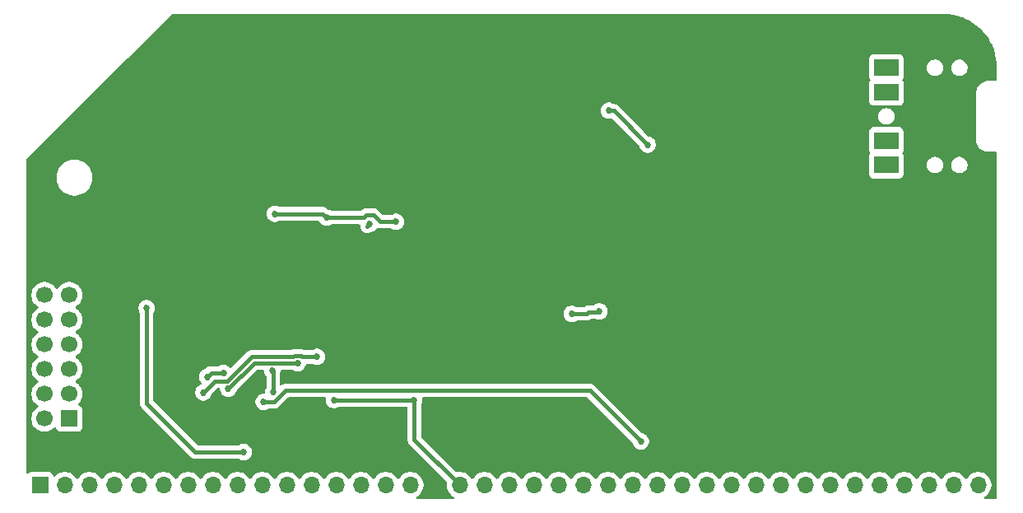
<source format=gbr>
%TF.GenerationSoftware,KiCad,Pcbnew,9.0.1+1*%
%TF.CreationDate,2025-09-01T23:04:51+00:00*%
%TF.ProjectId,rcbus-ymf262,72636275-732d-4796-9d66-3236322e6b69,@version@*%
%TF.SameCoordinates,Original*%
%TF.FileFunction,Copper,L2,Bot*%
%TF.FilePolarity,Positive*%
%FSLAX46Y46*%
G04 Gerber Fmt 4.6, Leading zero omitted, Abs format (unit mm)*
G04 Created by KiCad (PCBNEW 9.0.1+1) date 2025-09-01 23:04:51*
%MOMM*%
%LPD*%
G01*
G04 APERTURE LIST*
%TA.AperFunction,ComponentPad*%
%ADD10R,2.500000X1.800000*%
%TD*%
%TA.AperFunction,ComponentPad*%
%ADD11R,1.800000X2.500000*%
%TD*%
%TA.AperFunction,ComponentPad*%
%ADD12R,1.700000X1.700000*%
%TD*%
%TA.AperFunction,ComponentPad*%
%ADD13C,1.700000*%
%TD*%
%TA.AperFunction,ComponentPad*%
%ADD14O,1.700000X1.700000*%
%TD*%
%TA.AperFunction,ViaPad*%
%ADD15C,0.685800*%
%TD*%
%TA.AperFunction,Conductor*%
%ADD16C,0.381000*%
%TD*%
G04 APERTURE END LIST*
D10*
%TO.P,CON1,R*%
%TO.N,Net-(C18-Pad1)*%
X149069000Y-130095000D03*
%TO.P,CON1,RN*%
X149069000Y-127595000D03*
D11*
%TO.P,CON1,S*%
%TO.N,GND*%
X154069000Y-125095000D03*
D10*
%TO.P,CON1,T*%
%TO.N,Net-(C17-Pad1)*%
X149069000Y-120095000D03*
%TO.P,CON1,TN*%
X149069000Y-122595000D03*
%TD*%
D12*
%TO.P,JP1,1,Pin_1*%
%TO.N,Net-(JP1-Pin_1)*%
X65000000Y-156160000D03*
D13*
%TO.P,JP1,2,Pin_2*%
%TO.N,VCC*%
X62460000Y-156160000D03*
%TO.P,JP1,3,Pin_3*%
%TO.N,Net-(JP1-Pin_3)*%
X65000000Y-153620000D03*
%TO.P,JP1,4,Pin_4*%
%TO.N,VCC*%
X62460000Y-153620000D03*
%TO.P,JP1,5,Pin_5*%
%TO.N,Net-(JP1-Pin_5)*%
X65000000Y-151080000D03*
%TO.P,JP1,6,Pin_6*%
%TO.N,VCC*%
X62460000Y-151080000D03*
%TO.P,JP1,7,Pin_7*%
%TO.N,Net-(JP1-Pin_7)*%
X65000000Y-148540000D03*
%TO.P,JP1,8,Pin_8*%
%TO.N,VCC*%
X62460000Y-148540000D03*
%TO.P,JP1,9,Pin_9*%
%TO.N,Net-(JP1-Pin_9)*%
X65000000Y-146000000D03*
%TO.P,JP1,10,Pin_10*%
%TO.N,VCC*%
X62460000Y-146000000D03*
%TO.P,JP1,11,Pin_11*%
%TO.N,Net-(JP1-Pin_11)*%
X65000000Y-143460000D03*
%TO.P,JP1,12,Pin_12*%
%TO.N,VCC*%
X62460000Y-143460000D03*
%TD*%
D12*
%TO.P,P1,1,Pin_1*%
%TO.N,unconnected-(P1-Pin_1-Pad1)*%
X62000000Y-163000000D03*
D14*
%TO.P,P1,2,Pin_2*%
%TO.N,unconnected-(P1-Pin_2-Pad2)*%
X64540000Y-163000000D03*
%TO.P,P1,3,Pin_3*%
%TO.N,unconnected-(P1-Pin_3-Pad3)*%
X67080000Y-163000000D03*
%TO.P,P1,4,Pin_4*%
%TO.N,unconnected-(P1-Pin_4-Pad4)*%
X69620000Y-163000000D03*
%TO.P,P1,5,Pin_5*%
%TO.N,unconnected-(P1-Pin_5-Pad5)*%
X72160000Y-163000000D03*
%TO.P,P1,6,Pin_6*%
%TO.N,unconnected-(P1-Pin_6-Pad6)*%
X74700000Y-163000000D03*
%TO.P,P1,7,Pin_7*%
%TO.N,unconnected-(P1-Pin_7-Pad7)*%
X77240000Y-163000000D03*
%TO.P,P1,8,Pin_8*%
%TO.N,unconnected-(P1-Pin_8-Pad8)*%
X79780000Y-163000000D03*
%TO.P,P1,9,Pin_9*%
%TO.N,/A7*%
X82320000Y-163000000D03*
%TO.P,P1,10,Pin_10*%
%TO.N,/A6*%
X84860000Y-163000000D03*
%TO.P,P1,11,Pin_11*%
%TO.N,/A5*%
X87400000Y-163000000D03*
%TO.P,P1,12,Pin_12*%
%TO.N,/A4*%
X89940000Y-163000000D03*
%TO.P,P1,13,Pin_13*%
%TO.N,/A3*%
X92480000Y-163000000D03*
%TO.P,P1,14,Pin_14*%
%TO.N,/A2*%
X95020000Y-163000000D03*
%TO.P,P1,15,Pin_15*%
%TO.N,/A1*%
X97560000Y-163000000D03*
%TO.P,P1,16,Pin_16*%
%TO.N,/A0*%
X100100000Y-163000000D03*
%TO.P,P1,17,Pin_17*%
%TO.N,GND*%
X102640000Y-163000000D03*
%TO.P,P1,18,Pin_18*%
%TO.N,VCC*%
X105180000Y-163000000D03*
%TO.P,P1,19,Pin_19*%
%TO.N,unconnected-(P1-Pin_19-Pad19)*%
X107720000Y-163000000D03*
%TO.P,P1,20,Pin_20*%
%TO.N,/~{RESET}*%
X110260000Y-163000000D03*
%TO.P,P1,21,Pin_21*%
%TO.N,unconnected-(P1-Pin_21-Pad21)*%
X112800000Y-163000000D03*
%TO.P,P1,22,Pin_22*%
%TO.N,/~{INT}*%
X115340000Y-163000000D03*
%TO.P,P1,23,Pin_23*%
%TO.N,unconnected-(P1-Pin_23-Pad23)*%
X117880000Y-163000000D03*
%TO.P,P1,24,Pin_24*%
%TO.N,/~{WR}*%
X120420000Y-163000000D03*
%TO.P,P1,25,Pin_25*%
%TO.N,/~{RD}*%
X122960000Y-163000000D03*
%TO.P,P1,26,Pin_26*%
%TO.N,/~{IORQ}*%
X125500000Y-163000000D03*
%TO.P,P1,27,Pin_27*%
%TO.N,/D0*%
X128040000Y-163000000D03*
%TO.P,P1,28,Pin_28*%
%TO.N,/D1*%
X130580000Y-163000000D03*
%TO.P,P1,29,Pin_29*%
%TO.N,/D2*%
X133120000Y-163000000D03*
%TO.P,P1,30,Pin_30*%
%TO.N,/D3*%
X135660000Y-163000000D03*
%TO.P,P1,31,Pin_31*%
%TO.N,/D4*%
X138200000Y-163000000D03*
%TO.P,P1,32,Pin_32*%
%TO.N,/D5*%
X140740000Y-163000000D03*
%TO.P,P1,33,Pin_33*%
%TO.N,/D6*%
X143280000Y-163000000D03*
%TO.P,P1,34,Pin_34*%
%TO.N,/D7*%
X145820000Y-163000000D03*
%TO.P,P1,35,Pin_35*%
%TO.N,unconnected-(P1-Pin_35-Pad35)*%
X148360000Y-163000000D03*
%TO.P,P1,36,Pin_36*%
%TO.N,unconnected-(P1-Pin_36-Pad36)*%
X150900000Y-163000000D03*
%TO.P,P1,37,Pin_37*%
%TO.N,unconnected-(P1-Pin_37-Pad37)*%
X153440000Y-163000000D03*
%TO.P,P1,38,Pin_38*%
%TO.N,unconnected-(P1-Pin_38-Pad38)*%
X155980000Y-163000000D03*
%TO.P,P1,39,Pin_39*%
%TO.N,unconnected-(P1-Pin_39-Pad39)*%
X158520000Y-163000000D03*
%TD*%
D15*
%TO.N,VCC*%
X92212600Y-154250000D03*
X100500000Y-154250000D03*
%TO.N,GND*%
X76700000Y-153500000D03*
X76143018Y-144056982D03*
X61000000Y-135000000D03*
X81000000Y-130000000D03*
X71000000Y-135000000D03*
X86000000Y-115000000D03*
X91000000Y-125000000D03*
X81000000Y-125000000D03*
X86000000Y-130000000D03*
X61000000Y-140000000D03*
X76000000Y-115000000D03*
X76000000Y-130000000D03*
X81000000Y-115000000D03*
X97750000Y-157750000D03*
X61000000Y-155000000D03*
X71000000Y-140000000D03*
X128485000Y-158500000D03*
X76700000Y-156000000D03*
X86000000Y-125000000D03*
X66000000Y-125000000D03*
X101000000Y-120000000D03*
X126000000Y-131000000D03*
X76700000Y-148500000D03*
X115800000Y-141400000D03*
X61000000Y-130000000D03*
X119000000Y-120750000D03*
X101000000Y-130000000D03*
X76000000Y-120000000D03*
X83731069Y-145881900D03*
X91000000Y-120000000D03*
X76000000Y-140000000D03*
X106000000Y-115000000D03*
X119250000Y-133750000D03*
X61000000Y-150000000D03*
X96000000Y-120000000D03*
X96000000Y-130000000D03*
X115000000Y-132250000D03*
X66000000Y-140000000D03*
X96000000Y-115000000D03*
X61000000Y-160000000D03*
X101000000Y-115000000D03*
X86000000Y-120000000D03*
X61000000Y-145000000D03*
X143702100Y-115987500D03*
X71000000Y-120000000D03*
X92310001Y-158439999D03*
X106000000Y-120000000D03*
X106000000Y-130000000D03*
X76000000Y-125000000D03*
X91000000Y-115000000D03*
X76700000Y-146000000D03*
X81000000Y-120000000D03*
X96000000Y-125000000D03*
X76700000Y-151000000D03*
X71000000Y-130000000D03*
X91000000Y-130000000D03*
X106000000Y-125000000D03*
X143800000Y-120100000D03*
X76000000Y-135000000D03*
X71000000Y-125000000D03*
X101000000Y-125000000D03*
X66000000Y-135000000D03*
%TO.N,/~{IORQ}*%
X123800000Y-158500000D03*
X85000000Y-154450000D03*
%TO.N,/DAC_CLK*%
X119537412Y-145143729D03*
X116700000Y-145400000D03*
%TO.N,Net-(C3-Pad1)*%
X86150000Y-135100000D03*
X98626500Y-135927200D03*
X91493300Y-135501900D03*
%TO.N,/AUDIO_CH2*%
X124500000Y-128000000D03*
X120500000Y-124500000D03*
%TO.N,+5VA*%
X95928500Y-136136200D03*
%TO.N,Net-(JP1-Pin_1)*%
X88500001Y-150474799D03*
X81368224Y-153118224D03*
%TO.N,Net-(JP1-Pin_9)*%
X85895910Y-151240000D03*
X85983804Y-153449800D03*
%TO.N,Net-(JP1-Pin_11)*%
X72956600Y-144814800D03*
X82937400Y-159600000D03*
%TO.N,Net-(JP1-Pin_3)*%
X78805238Y-153471756D03*
X90500000Y-149817600D03*
%TO.N,Net-(JP1-Pin_5)*%
X80874257Y-151454431D03*
X79176756Y-151880846D03*
%TD*%
D16*
%TO.N,VCC*%
X100500000Y-154250000D02*
X100500000Y-158320000D01*
X92212600Y-154250000D02*
X100500000Y-154250000D01*
X105180000Y-163000000D02*
X100590000Y-158410000D01*
X100500000Y-158320000D02*
X100590000Y-158410000D01*
%TO.N,/~{IORQ}*%
X118550000Y-153250000D02*
X97613552Y-153250000D01*
X97576152Y-153287400D02*
X96923848Y-153287400D01*
X96923848Y-153287400D02*
X96886448Y-153250000D01*
X87297156Y-153250000D02*
X86097156Y-154450000D01*
X96886448Y-153250000D02*
X87297156Y-153250000D01*
X97613552Y-153250000D02*
X97576152Y-153287400D01*
X123800000Y-158500000D02*
X118550000Y-153250000D01*
X86097156Y-154450000D02*
X85000000Y-154450000D01*
%TO.N,/DAC_CLK*%
X119481141Y-145200000D02*
X119537412Y-145143729D01*
X118227800Y-145400000D02*
X118427800Y-145200000D01*
X116700000Y-145400000D02*
X118227800Y-145400000D01*
X118427800Y-145200000D02*
X119481141Y-145200000D01*
%TO.N,Net-(C3-Pad1)*%
X96307300Y-135221800D02*
X95549700Y-135221800D01*
X98626500Y-135927200D02*
X97012700Y-135927200D01*
X95269600Y-135501900D02*
X91493300Y-135501900D01*
X91493300Y-135501900D02*
X91091400Y-135100000D01*
X97012700Y-135927200D02*
X96307300Y-135221800D01*
X91091400Y-135100000D02*
X86150000Y-135100000D01*
X95549700Y-135221800D02*
X95269600Y-135501900D01*
%TO.N,/AUDIO_CH2*%
X124500000Y-128000000D02*
X121000000Y-124500000D01*
X121000000Y-124500000D02*
X120500000Y-124500000D01*
%TO.N,+5VA*%
X95928500Y-136136200D02*
X95648400Y-136416300D01*
%TO.N,Net-(JP1-Pin_1)*%
X84033848Y-150452600D02*
X81368224Y-153118224D01*
X88500001Y-150474799D02*
X86444061Y-150474799D01*
X86421862Y-150452600D02*
X84033848Y-150452600D01*
X86444061Y-150474799D02*
X86421862Y-150452600D01*
%TO.N,Net-(JP1-Pin_9)*%
X85983804Y-151327894D02*
X85983804Y-153449800D01*
X85895910Y-151240000D02*
X85983804Y-151327894D01*
%TO.N,Net-(JP1-Pin_11)*%
X72956600Y-154570152D02*
X77986448Y-159600000D01*
X77986448Y-159600000D02*
X82937400Y-159600000D01*
X72956600Y-144814800D02*
X72956600Y-154570152D01*
%TO.N,Net-(JP1-Pin_3)*%
X90500000Y-149817600D02*
X88956354Y-149817600D01*
X83770822Y-149817600D02*
X81257598Y-152330824D01*
X81257598Y-152330824D02*
X79946170Y-152330824D01*
X88173849Y-149687399D02*
X88043648Y-149817600D01*
X88826153Y-149687399D02*
X88173849Y-149687399D01*
X79946170Y-152330824D02*
X78805238Y-153471756D01*
X88956354Y-149817600D02*
X88826153Y-149687399D01*
X88043648Y-149817600D02*
X83770822Y-149817600D01*
%TO.N,Net-(JP1-Pin_5)*%
X79176756Y-151880846D02*
X79603171Y-151454431D01*
X79603171Y-151454431D02*
X80874257Y-151454431D01*
%TD*%
%TA.AperFunction,Conductor*%
%TO.N,GND*%
G36*
X155002611Y-114575608D02*
G01*
X155442760Y-114593812D01*
X155453109Y-114594669D01*
X155887674Y-114648838D01*
X155897938Y-114650551D01*
X156326544Y-114740420D01*
X156336612Y-114742969D01*
X156756351Y-114867931D01*
X156766183Y-114871307D01*
X156923625Y-114932741D01*
X157174138Y-115030492D01*
X157183675Y-115034675D01*
X157577094Y-115227006D01*
X157586252Y-115231962D01*
X157962439Y-115456120D01*
X157971158Y-115461816D01*
X158327560Y-115716282D01*
X158335767Y-115722669D01*
X158669954Y-116005712D01*
X158677602Y-116012754D01*
X158987245Y-116322397D01*
X158994288Y-116330046D01*
X159277327Y-116664229D01*
X159283717Y-116672439D01*
X159538183Y-117028841D01*
X159543879Y-117037560D01*
X159768037Y-117413747D01*
X159772993Y-117422905D01*
X159965324Y-117816324D01*
X159969507Y-117825861D01*
X160128689Y-118233807D01*
X160132071Y-118243657D01*
X160257026Y-118663373D01*
X160259582Y-118673468D01*
X160349447Y-119102057D01*
X160351161Y-119112329D01*
X160405328Y-119546876D01*
X160406188Y-119557254D01*
X160424392Y-119997388D01*
X160424500Y-120002595D01*
X160424500Y-121337500D01*
X160404498Y-121405621D01*
X160350842Y-121452114D01*
X160298500Y-121463500D01*
X159536531Y-121463500D01*
X159512000Y-121463500D01*
X159416102Y-121463500D01*
X159226667Y-121493503D01*
X159226664Y-121493503D01*
X159226663Y-121493504D01*
X159044259Y-121552771D01*
X158873363Y-121639847D01*
X158718197Y-121752582D01*
X158718194Y-121752584D01*
X158582584Y-121888194D01*
X158582582Y-121888197D01*
X158469847Y-122043363D01*
X158382771Y-122214259D01*
X158349423Y-122316893D01*
X158323503Y-122396667D01*
X158293500Y-122586102D01*
X158293500Y-122666982D01*
X158293500Y-127483469D01*
X158293500Y-127508000D01*
X158293500Y-127603898D01*
X158323503Y-127793333D01*
X158323504Y-127793336D01*
X158363663Y-127916933D01*
X158382772Y-127975742D01*
X158469845Y-128146633D01*
X158582580Y-128301800D01*
X158582582Y-128301802D01*
X158582584Y-128301805D01*
X158718194Y-128437415D01*
X158718197Y-128437417D01*
X158718200Y-128437420D01*
X158873367Y-128550155D01*
X159044258Y-128637228D01*
X159226667Y-128696497D01*
X159416102Y-128726500D01*
X159496982Y-128726500D01*
X160298500Y-128726500D01*
X160366621Y-128746502D01*
X160413114Y-128800158D01*
X160424500Y-128852500D01*
X160424500Y-164298500D01*
X160404498Y-164366621D01*
X160350842Y-164413114D01*
X160298500Y-164424500D01*
X159223820Y-164424500D01*
X159155699Y-164404498D01*
X159109206Y-164350842D01*
X159099102Y-164280568D01*
X159128596Y-164215988D01*
X159166615Y-164186234D01*
X159227816Y-164155051D01*
X159399792Y-164030104D01*
X159550104Y-163879792D01*
X159675051Y-163707816D01*
X159771557Y-163518412D01*
X159837246Y-163316243D01*
X159870500Y-163106287D01*
X159870500Y-162893713D01*
X159837246Y-162683757D01*
X159771557Y-162481588D01*
X159675051Y-162292184D01*
X159550104Y-162120208D01*
X159550101Y-162120205D01*
X159550099Y-162120202D01*
X159399797Y-161969900D01*
X159399794Y-161969898D01*
X159399792Y-161969896D01*
X159227816Y-161844949D01*
X159038412Y-161748443D01*
X158836243Y-161682754D01*
X158626287Y-161649500D01*
X158413713Y-161649500D01*
X158203757Y-161682754D01*
X158203754Y-161682754D01*
X158203753Y-161682755D01*
X158001588Y-161748443D01*
X158001586Y-161748444D01*
X157812180Y-161844951D01*
X157640205Y-161969898D01*
X157640202Y-161969900D01*
X157489900Y-162120202D01*
X157489898Y-162120205D01*
X157364949Y-162292183D01*
X157362265Y-162297451D01*
X157313516Y-162349065D01*
X157244600Y-162366129D01*
X157177399Y-162343226D01*
X157137735Y-162297451D01*
X157135050Y-162292183D01*
X157135048Y-162292180D01*
X157010104Y-162120208D01*
X157010101Y-162120205D01*
X157010099Y-162120202D01*
X156859797Y-161969900D01*
X156859794Y-161969898D01*
X156859792Y-161969896D01*
X156687816Y-161844949D01*
X156498412Y-161748443D01*
X156296243Y-161682754D01*
X156086287Y-161649500D01*
X155873713Y-161649500D01*
X155663757Y-161682754D01*
X155663754Y-161682754D01*
X155663753Y-161682755D01*
X155461588Y-161748443D01*
X155461586Y-161748444D01*
X155272180Y-161844951D01*
X155100205Y-161969898D01*
X155100202Y-161969900D01*
X154949900Y-162120202D01*
X154949898Y-162120205D01*
X154824949Y-162292183D01*
X154822265Y-162297451D01*
X154773516Y-162349065D01*
X154704600Y-162366129D01*
X154637399Y-162343226D01*
X154597735Y-162297451D01*
X154595050Y-162292183D01*
X154595048Y-162292180D01*
X154470104Y-162120208D01*
X154470101Y-162120205D01*
X154470099Y-162120202D01*
X154319797Y-161969900D01*
X154319794Y-161969898D01*
X154319792Y-161969896D01*
X154147816Y-161844949D01*
X153958412Y-161748443D01*
X153756243Y-161682754D01*
X153546287Y-161649500D01*
X153333713Y-161649500D01*
X153123757Y-161682754D01*
X153123754Y-161682754D01*
X153123753Y-161682755D01*
X152921588Y-161748443D01*
X152921586Y-161748444D01*
X152732180Y-161844951D01*
X152560205Y-161969898D01*
X152560202Y-161969900D01*
X152409900Y-162120202D01*
X152409898Y-162120205D01*
X152284949Y-162292183D01*
X152282265Y-162297451D01*
X152233516Y-162349065D01*
X152164600Y-162366129D01*
X152097399Y-162343226D01*
X152057735Y-162297451D01*
X152055050Y-162292183D01*
X152055048Y-162292180D01*
X151930104Y-162120208D01*
X151930101Y-162120205D01*
X151930099Y-162120202D01*
X151779797Y-161969900D01*
X151779794Y-161969898D01*
X151779792Y-161969896D01*
X151607816Y-161844949D01*
X151418412Y-161748443D01*
X151216243Y-161682754D01*
X151006287Y-161649500D01*
X150793713Y-161649500D01*
X150583757Y-161682754D01*
X150583754Y-161682754D01*
X150583753Y-161682755D01*
X150381588Y-161748443D01*
X150381586Y-161748444D01*
X150192180Y-161844951D01*
X150020205Y-161969898D01*
X150020202Y-161969900D01*
X149869900Y-162120202D01*
X149869898Y-162120205D01*
X149744949Y-162292183D01*
X149742265Y-162297451D01*
X149693516Y-162349065D01*
X149624600Y-162366129D01*
X149557399Y-162343226D01*
X149517735Y-162297451D01*
X149515050Y-162292183D01*
X149515048Y-162292180D01*
X149390104Y-162120208D01*
X149390101Y-162120205D01*
X149390099Y-162120202D01*
X149239797Y-161969900D01*
X149239794Y-161969898D01*
X149239792Y-161969896D01*
X149067816Y-161844949D01*
X148878412Y-161748443D01*
X148676243Y-161682754D01*
X148466287Y-161649500D01*
X148253713Y-161649500D01*
X148043757Y-161682754D01*
X148043754Y-161682754D01*
X148043753Y-161682755D01*
X147841588Y-161748443D01*
X147841586Y-161748444D01*
X147652180Y-161844951D01*
X147480205Y-161969898D01*
X147480202Y-161969900D01*
X147329900Y-162120202D01*
X147329898Y-162120205D01*
X147204949Y-162292183D01*
X147202265Y-162297451D01*
X147153516Y-162349065D01*
X147084600Y-162366129D01*
X147017399Y-162343226D01*
X146977735Y-162297451D01*
X146975050Y-162292183D01*
X146975048Y-162292180D01*
X146850104Y-162120208D01*
X146850101Y-162120205D01*
X146850099Y-162120202D01*
X146699797Y-161969900D01*
X146699794Y-161969898D01*
X146699792Y-161969896D01*
X146527816Y-161844949D01*
X146338412Y-161748443D01*
X146136243Y-161682754D01*
X145926287Y-161649500D01*
X145713713Y-161649500D01*
X145503757Y-161682754D01*
X145503754Y-161682754D01*
X145503753Y-161682755D01*
X145301588Y-161748443D01*
X145301586Y-161748444D01*
X145112180Y-161844951D01*
X144940205Y-161969898D01*
X144940202Y-161969900D01*
X144789900Y-162120202D01*
X144789898Y-162120205D01*
X144664949Y-162292183D01*
X144662265Y-162297451D01*
X144613516Y-162349065D01*
X144544600Y-162366129D01*
X144477399Y-162343226D01*
X144437735Y-162297451D01*
X144435050Y-162292183D01*
X144435048Y-162292180D01*
X144310104Y-162120208D01*
X144310101Y-162120205D01*
X144310099Y-162120202D01*
X144159797Y-161969900D01*
X144159794Y-161969898D01*
X144159792Y-161969896D01*
X143987816Y-161844949D01*
X143798412Y-161748443D01*
X143596243Y-161682754D01*
X143386287Y-161649500D01*
X143173713Y-161649500D01*
X142963757Y-161682754D01*
X142963754Y-161682754D01*
X142963753Y-161682755D01*
X142761588Y-161748443D01*
X142761586Y-161748444D01*
X142572180Y-161844951D01*
X142400205Y-161969898D01*
X142400202Y-161969900D01*
X142249900Y-162120202D01*
X142249898Y-162120205D01*
X142124949Y-162292183D01*
X142122265Y-162297451D01*
X142073516Y-162349065D01*
X142004600Y-162366129D01*
X141937399Y-162343226D01*
X141897735Y-162297451D01*
X141895050Y-162292183D01*
X141895048Y-162292180D01*
X141770104Y-162120208D01*
X141770101Y-162120205D01*
X141770099Y-162120202D01*
X141619797Y-161969900D01*
X141619794Y-161969898D01*
X141619792Y-161969896D01*
X141447816Y-161844949D01*
X141258412Y-161748443D01*
X141056243Y-161682754D01*
X140846287Y-161649500D01*
X140633713Y-161649500D01*
X140423757Y-161682754D01*
X140423754Y-161682754D01*
X140423753Y-161682755D01*
X140221588Y-161748443D01*
X140221586Y-161748444D01*
X140032180Y-161844951D01*
X139860205Y-161969898D01*
X139860202Y-161969900D01*
X139709900Y-162120202D01*
X139709898Y-162120205D01*
X139584949Y-162292183D01*
X139582265Y-162297451D01*
X139533516Y-162349065D01*
X139464600Y-162366129D01*
X139397399Y-162343226D01*
X139357735Y-162297451D01*
X139355050Y-162292183D01*
X139355048Y-162292180D01*
X139230104Y-162120208D01*
X139230101Y-162120205D01*
X139230099Y-162120202D01*
X139079797Y-161969900D01*
X139079794Y-161969898D01*
X139079792Y-161969896D01*
X138907816Y-161844949D01*
X138718412Y-161748443D01*
X138516243Y-161682754D01*
X138306287Y-161649500D01*
X138093713Y-161649500D01*
X137883757Y-161682754D01*
X137883754Y-161682754D01*
X137883753Y-161682755D01*
X137681588Y-161748443D01*
X137681586Y-161748444D01*
X137492180Y-161844951D01*
X137320205Y-161969898D01*
X137320202Y-161969900D01*
X137169900Y-162120202D01*
X137169898Y-162120205D01*
X137044949Y-162292183D01*
X137042265Y-162297451D01*
X136993516Y-162349065D01*
X136924600Y-162366129D01*
X136857399Y-162343226D01*
X136817735Y-162297451D01*
X136815050Y-162292183D01*
X136815048Y-162292180D01*
X136690104Y-162120208D01*
X136690101Y-162120205D01*
X136690099Y-162120202D01*
X136539797Y-161969900D01*
X136539794Y-161969898D01*
X136539792Y-161969896D01*
X136367816Y-161844949D01*
X136178412Y-161748443D01*
X135976243Y-161682754D01*
X135766287Y-161649500D01*
X135553713Y-161649500D01*
X135343757Y-161682754D01*
X135343754Y-161682754D01*
X135343753Y-161682755D01*
X135141588Y-161748443D01*
X135141586Y-161748444D01*
X134952180Y-161844951D01*
X134780205Y-161969898D01*
X134780202Y-161969900D01*
X134629900Y-162120202D01*
X134629898Y-162120205D01*
X134504949Y-162292183D01*
X134502265Y-162297451D01*
X134453516Y-162349065D01*
X134384600Y-162366129D01*
X134317399Y-162343226D01*
X134277735Y-162297451D01*
X134275050Y-162292183D01*
X134275048Y-162292180D01*
X134150104Y-162120208D01*
X134150101Y-162120205D01*
X134150099Y-162120202D01*
X133999797Y-161969900D01*
X133999794Y-161969898D01*
X133999792Y-161969896D01*
X133827816Y-161844949D01*
X133638412Y-161748443D01*
X133436243Y-161682754D01*
X133226287Y-161649500D01*
X133013713Y-161649500D01*
X132803757Y-161682754D01*
X132803754Y-161682754D01*
X132803753Y-161682755D01*
X132601588Y-161748443D01*
X132601586Y-161748444D01*
X132412180Y-161844951D01*
X132240205Y-161969898D01*
X132240202Y-161969900D01*
X132089900Y-162120202D01*
X132089898Y-162120205D01*
X131964949Y-162292183D01*
X131962265Y-162297451D01*
X131913516Y-162349065D01*
X131844600Y-162366129D01*
X131777399Y-162343226D01*
X131737735Y-162297451D01*
X131735050Y-162292183D01*
X131735048Y-162292180D01*
X131610104Y-162120208D01*
X131610101Y-162120205D01*
X131610099Y-162120202D01*
X131459797Y-161969900D01*
X131459794Y-161969898D01*
X131459792Y-161969896D01*
X131287816Y-161844949D01*
X131098412Y-161748443D01*
X130896243Y-161682754D01*
X130686287Y-161649500D01*
X130473713Y-161649500D01*
X130263757Y-161682754D01*
X130263754Y-161682754D01*
X130263753Y-161682755D01*
X130061588Y-161748443D01*
X130061586Y-161748444D01*
X129872180Y-161844951D01*
X129700205Y-161969898D01*
X129700202Y-161969900D01*
X129549900Y-162120202D01*
X129549898Y-162120205D01*
X129424949Y-162292183D01*
X129422265Y-162297451D01*
X129373516Y-162349065D01*
X129304600Y-162366129D01*
X129237399Y-162343226D01*
X129197735Y-162297451D01*
X129195050Y-162292183D01*
X129195048Y-162292180D01*
X129070104Y-162120208D01*
X129070101Y-162120205D01*
X129070099Y-162120202D01*
X128919797Y-161969900D01*
X128919794Y-161969898D01*
X128919792Y-161969896D01*
X128747816Y-161844949D01*
X128558412Y-161748443D01*
X128356243Y-161682754D01*
X128146287Y-161649500D01*
X127933713Y-161649500D01*
X127723757Y-161682754D01*
X127723754Y-161682754D01*
X127723753Y-161682755D01*
X127521588Y-161748443D01*
X127521586Y-161748444D01*
X127332180Y-161844951D01*
X127160205Y-161969898D01*
X127160202Y-161969900D01*
X127009900Y-162120202D01*
X127009898Y-162120205D01*
X126884949Y-162292183D01*
X126882265Y-162297451D01*
X126833516Y-162349065D01*
X126764600Y-162366129D01*
X126697399Y-162343226D01*
X126657735Y-162297451D01*
X126655050Y-162292183D01*
X126655048Y-162292180D01*
X126530104Y-162120208D01*
X126530101Y-162120205D01*
X126530099Y-162120202D01*
X126379797Y-161969900D01*
X126379794Y-161969898D01*
X126379792Y-161969896D01*
X126207816Y-161844949D01*
X126018412Y-161748443D01*
X125816243Y-161682754D01*
X125606287Y-161649500D01*
X125393713Y-161649500D01*
X125183757Y-161682754D01*
X125183754Y-161682754D01*
X125183753Y-161682755D01*
X124981588Y-161748443D01*
X124981586Y-161748444D01*
X124792180Y-161844951D01*
X124620205Y-161969898D01*
X124620202Y-161969900D01*
X124469900Y-162120202D01*
X124469898Y-162120205D01*
X124344949Y-162292183D01*
X124342265Y-162297451D01*
X124293516Y-162349065D01*
X124224600Y-162366129D01*
X124157399Y-162343226D01*
X124117735Y-162297451D01*
X124115050Y-162292183D01*
X124115048Y-162292180D01*
X123990104Y-162120208D01*
X123990101Y-162120205D01*
X123990099Y-162120202D01*
X123839797Y-161969900D01*
X123839794Y-161969898D01*
X123839792Y-161969896D01*
X123667816Y-161844949D01*
X123478412Y-161748443D01*
X123276243Y-161682754D01*
X123066287Y-161649500D01*
X122853713Y-161649500D01*
X122643757Y-161682754D01*
X122643754Y-161682754D01*
X122643753Y-161682755D01*
X122441588Y-161748443D01*
X122441586Y-161748444D01*
X122252180Y-161844951D01*
X122080205Y-161969898D01*
X122080202Y-161969900D01*
X121929900Y-162120202D01*
X121929898Y-162120205D01*
X121804949Y-162292183D01*
X121802265Y-162297451D01*
X121753516Y-162349065D01*
X121684600Y-162366129D01*
X121617399Y-162343226D01*
X121577735Y-162297451D01*
X121575050Y-162292183D01*
X121575048Y-162292180D01*
X121450104Y-162120208D01*
X121450101Y-162120205D01*
X121450099Y-162120202D01*
X121299797Y-161969900D01*
X121299794Y-161969898D01*
X121299792Y-161969896D01*
X121127816Y-161844949D01*
X120938412Y-161748443D01*
X120736243Y-161682754D01*
X120526287Y-161649500D01*
X120313713Y-161649500D01*
X120103757Y-161682754D01*
X120103754Y-161682754D01*
X120103753Y-161682755D01*
X119901588Y-161748443D01*
X119901586Y-161748444D01*
X119712180Y-161844951D01*
X119540205Y-161969898D01*
X119540202Y-161969900D01*
X119389900Y-162120202D01*
X119389898Y-162120205D01*
X119264949Y-162292183D01*
X119262265Y-162297451D01*
X119213516Y-162349065D01*
X119144600Y-162366129D01*
X119077399Y-162343226D01*
X119037735Y-162297451D01*
X119035050Y-162292183D01*
X119035048Y-162292180D01*
X118910104Y-162120208D01*
X118910101Y-162120205D01*
X118910099Y-162120202D01*
X118759797Y-161969900D01*
X118759794Y-161969898D01*
X118759792Y-161969896D01*
X118587816Y-161844949D01*
X118398412Y-161748443D01*
X118196243Y-161682754D01*
X117986287Y-161649500D01*
X117773713Y-161649500D01*
X117563757Y-161682754D01*
X117563754Y-161682754D01*
X117563753Y-161682755D01*
X117361588Y-161748443D01*
X117361586Y-161748444D01*
X117172180Y-161844951D01*
X117000205Y-161969898D01*
X117000202Y-161969900D01*
X116849900Y-162120202D01*
X116849898Y-162120205D01*
X116724949Y-162292183D01*
X116722265Y-162297451D01*
X116673516Y-162349065D01*
X116604600Y-162366129D01*
X116537399Y-162343226D01*
X116497735Y-162297451D01*
X116495050Y-162292183D01*
X116495048Y-162292180D01*
X116370104Y-162120208D01*
X116370101Y-162120205D01*
X116370099Y-162120202D01*
X116219797Y-161969900D01*
X116219794Y-161969898D01*
X116219792Y-161969896D01*
X116047816Y-161844949D01*
X115858412Y-161748443D01*
X115656243Y-161682754D01*
X115446287Y-161649500D01*
X115233713Y-161649500D01*
X115023757Y-161682754D01*
X115023754Y-161682754D01*
X115023753Y-161682755D01*
X114821588Y-161748443D01*
X114821586Y-161748444D01*
X114632180Y-161844951D01*
X114460205Y-161969898D01*
X114460202Y-161969900D01*
X114309900Y-162120202D01*
X114309898Y-162120205D01*
X114184949Y-162292183D01*
X114182265Y-162297451D01*
X114133516Y-162349065D01*
X114064600Y-162366129D01*
X113997399Y-162343226D01*
X113957735Y-162297451D01*
X113955050Y-162292183D01*
X113955048Y-162292180D01*
X113830104Y-162120208D01*
X113830101Y-162120205D01*
X113830099Y-162120202D01*
X113679797Y-161969900D01*
X113679794Y-161969898D01*
X113679792Y-161969896D01*
X113507816Y-161844949D01*
X113318412Y-161748443D01*
X113116243Y-161682754D01*
X112906287Y-161649500D01*
X112693713Y-161649500D01*
X112483757Y-161682754D01*
X112483754Y-161682754D01*
X112483753Y-161682755D01*
X112281588Y-161748443D01*
X112281586Y-161748444D01*
X112092180Y-161844951D01*
X111920205Y-161969898D01*
X111920202Y-161969900D01*
X111769900Y-162120202D01*
X111769898Y-162120205D01*
X111644949Y-162292183D01*
X111642265Y-162297451D01*
X111593516Y-162349065D01*
X111524600Y-162366129D01*
X111457399Y-162343226D01*
X111417735Y-162297451D01*
X111415050Y-162292183D01*
X111415048Y-162292180D01*
X111290104Y-162120208D01*
X111290101Y-162120205D01*
X111290099Y-162120202D01*
X111139797Y-161969900D01*
X111139794Y-161969898D01*
X111139792Y-161969896D01*
X110967816Y-161844949D01*
X110778412Y-161748443D01*
X110576243Y-161682754D01*
X110366287Y-161649500D01*
X110153713Y-161649500D01*
X109943757Y-161682754D01*
X109943754Y-161682754D01*
X109943753Y-161682755D01*
X109741588Y-161748443D01*
X109741586Y-161748444D01*
X109552180Y-161844951D01*
X109380205Y-161969898D01*
X109380202Y-161969900D01*
X109229900Y-162120202D01*
X109229898Y-162120205D01*
X109104949Y-162292183D01*
X109102265Y-162297451D01*
X109053516Y-162349065D01*
X108984600Y-162366129D01*
X108917399Y-162343226D01*
X108877735Y-162297451D01*
X108875050Y-162292183D01*
X108875048Y-162292180D01*
X108750104Y-162120208D01*
X108750101Y-162120205D01*
X108750099Y-162120202D01*
X108599797Y-161969900D01*
X108599794Y-161969898D01*
X108599792Y-161969896D01*
X108427816Y-161844949D01*
X108238412Y-161748443D01*
X108036243Y-161682754D01*
X107826287Y-161649500D01*
X107613713Y-161649500D01*
X107403757Y-161682754D01*
X107403754Y-161682754D01*
X107403753Y-161682755D01*
X107201588Y-161748443D01*
X107201586Y-161748444D01*
X107012180Y-161844951D01*
X106840205Y-161969898D01*
X106840202Y-161969900D01*
X106689900Y-162120202D01*
X106689898Y-162120205D01*
X106564949Y-162292183D01*
X106562265Y-162297451D01*
X106513516Y-162349065D01*
X106444600Y-162366129D01*
X106377399Y-162343226D01*
X106337735Y-162297451D01*
X106335050Y-162292183D01*
X106335048Y-162292180D01*
X106210104Y-162120208D01*
X106210101Y-162120205D01*
X106210099Y-162120202D01*
X106059797Y-161969900D01*
X106059794Y-161969898D01*
X106059792Y-161969896D01*
X105887816Y-161844949D01*
X105698412Y-161748443D01*
X105496243Y-161682754D01*
X105286287Y-161649500D01*
X105073713Y-161649500D01*
X104906635Y-161675962D01*
X104836226Y-161666863D01*
X104797831Y-161640609D01*
X101227905Y-158070683D01*
X101193879Y-158008371D01*
X101191000Y-157981588D01*
X101191000Y-154772147D01*
X101211002Y-154704026D01*
X101212175Y-154702234D01*
X101247412Y-154649500D01*
X101310989Y-154496011D01*
X101343400Y-154333068D01*
X101343400Y-154166932D01*
X101328412Y-154091581D01*
X101334740Y-154020868D01*
X101378294Y-153964800D01*
X101445247Y-153941181D01*
X101451991Y-153941000D01*
X118211588Y-153941000D01*
X118279709Y-153961002D01*
X118300683Y-153977905D01*
X122942174Y-158619396D01*
X122976200Y-158681708D01*
X122976657Y-158683907D01*
X122989011Y-158746011D01*
X123052588Y-158899500D01*
X123082918Y-158944892D01*
X123144887Y-159037635D01*
X123144892Y-159037641D01*
X123262358Y-159155107D01*
X123262364Y-159155112D01*
X123400500Y-159247412D01*
X123553989Y-159310989D01*
X123716932Y-159343400D01*
X123716933Y-159343400D01*
X123883067Y-159343400D01*
X123883068Y-159343400D01*
X124046011Y-159310989D01*
X124199500Y-159247412D01*
X124337636Y-159155112D01*
X124455112Y-159037636D01*
X124547412Y-158899500D01*
X124610989Y-158746011D01*
X124643400Y-158583068D01*
X124643400Y-158416932D01*
X124610989Y-158253989D01*
X124547412Y-158100500D01*
X124455112Y-157962364D01*
X124455107Y-157962358D01*
X124337641Y-157844892D01*
X124337635Y-157844887D01*
X124291799Y-157814260D01*
X124199500Y-157752588D01*
X124046011Y-157689011D01*
X123983907Y-157676657D01*
X123920999Y-157643750D01*
X123919396Y-157642174D01*
X118990494Y-152713271D01*
X118990488Y-152713266D01*
X118979989Y-152706251D01*
X118877311Y-152637644D01*
X118877309Y-152637643D01*
X118751560Y-152585556D01*
X118751557Y-152585555D01*
X118618061Y-152559000D01*
X118618058Y-152559000D01*
X97545494Y-152559000D01*
X97545490Y-152559000D01*
X97411993Y-152585555D01*
X97411983Y-152585558D01*
X97408970Y-152586807D01*
X97400659Y-152588460D01*
X97396247Y-152591296D01*
X97360749Y-152596400D01*
X97139251Y-152596400D01*
X97091030Y-152586807D01*
X97088016Y-152585558D01*
X97088006Y-152585555D01*
X96954509Y-152559000D01*
X96954506Y-152559000D01*
X87229098Y-152559000D01*
X87229094Y-152559000D01*
X87095598Y-152585555D01*
X87095595Y-152585556D01*
X86969846Y-152637643D01*
X86870805Y-152703820D01*
X86803052Y-152725034D01*
X86734585Y-152706251D01*
X86687143Y-152653433D01*
X86674804Y-152599054D01*
X86674804Y-151588558D01*
X86684394Y-151540341D01*
X86706899Y-151486011D01*
X86739310Y-151323068D01*
X86739310Y-151291799D01*
X86759312Y-151223678D01*
X86812968Y-151177185D01*
X86865310Y-151165799D01*
X87977853Y-151165799D01*
X88045974Y-151185801D01*
X88047855Y-151187034D01*
X88100501Y-151222211D01*
X88253990Y-151285788D01*
X88416933Y-151318199D01*
X88416934Y-151318199D01*
X88583068Y-151318199D01*
X88583069Y-151318199D01*
X88746012Y-151285788D01*
X88899501Y-151222211D01*
X89037637Y-151129911D01*
X89155113Y-151012435D01*
X89247413Y-150874299D01*
X89310990Y-150720810D01*
X89333028Y-150610018D01*
X89365936Y-150547108D01*
X89427631Y-150511977D01*
X89456607Y-150508600D01*
X89977852Y-150508600D01*
X90045973Y-150528602D01*
X90047854Y-150529835D01*
X90100500Y-150565012D01*
X90253989Y-150628589D01*
X90416932Y-150661000D01*
X90416933Y-150661000D01*
X90583067Y-150661000D01*
X90583068Y-150661000D01*
X90746011Y-150628589D01*
X90899500Y-150565012D01*
X91037636Y-150472712D01*
X91155112Y-150355236D01*
X91247412Y-150217100D01*
X91310989Y-150063611D01*
X91343400Y-149900668D01*
X91343400Y-149734532D01*
X91310989Y-149571589D01*
X91247412Y-149418100D01*
X91155112Y-149279964D01*
X91155107Y-149279958D01*
X91037641Y-149162492D01*
X91037635Y-149162487D01*
X90953991Y-149106598D01*
X90899500Y-149070188D01*
X90746011Y-149006611D01*
X90721070Y-149001650D01*
X90583070Y-148974200D01*
X90583068Y-148974200D01*
X90416932Y-148974200D01*
X90416929Y-148974200D01*
X90253988Y-149006611D01*
X90253983Y-149006613D01*
X90100499Y-149070188D01*
X90047854Y-149105365D01*
X89980101Y-149126580D01*
X89977852Y-149126600D01*
X89268846Y-149126600D01*
X89200725Y-149106598D01*
X89198844Y-149105365D01*
X89153464Y-149075043D01*
X89074164Y-149042196D01*
X89027713Y-149022955D01*
X89027710Y-149022954D01*
X88894214Y-148996399D01*
X88894211Y-148996399D01*
X88105791Y-148996399D01*
X88105787Y-148996399D01*
X87972291Y-149022954D01*
X87972288Y-149022955D01*
X87846538Y-149075043D01*
X87801158Y-149105365D01*
X87733405Y-149126580D01*
X87731156Y-149126600D01*
X83702760Y-149126600D01*
X83588262Y-149149375D01*
X83588261Y-149149376D01*
X83575596Y-149151895D01*
X83569263Y-149153155D01*
X83443509Y-149205244D01*
X83330339Y-149280862D01*
X83330332Y-149280867D01*
X81700982Y-150910217D01*
X81638670Y-150944243D01*
X81567854Y-150939178D01*
X81522792Y-150910217D01*
X81411898Y-150799323D01*
X81411892Y-150799318D01*
X81358153Y-150763411D01*
X81273757Y-150707019D01*
X81120268Y-150643442D01*
X80957327Y-150611031D01*
X80957325Y-150611031D01*
X80791189Y-150611031D01*
X80791186Y-150611031D01*
X80628245Y-150643442D01*
X80628240Y-150643444D01*
X80474756Y-150707019D01*
X80422111Y-150742196D01*
X80354358Y-150763411D01*
X80352109Y-150763431D01*
X79535109Y-150763431D01*
X79401613Y-150789986D01*
X79401610Y-150789987D01*
X79275860Y-150842075D01*
X79164034Y-150916795D01*
X79162684Y-150917697D01*
X79162682Y-150917698D01*
X79057358Y-151023021D01*
X78995045Y-151057046D01*
X78992870Y-151057498D01*
X78975736Y-151060907D01*
X78930742Y-151069857D01*
X78930741Y-151069858D01*
X78777256Y-151133434D01*
X78639120Y-151225733D01*
X78639114Y-151225738D01*
X78521648Y-151343204D01*
X78521643Y-151343210D01*
X78429344Y-151481346D01*
X78365769Y-151634829D01*
X78365767Y-151634834D01*
X78333356Y-151797775D01*
X78333356Y-151797778D01*
X78333356Y-151963914D01*
X78365767Y-152126857D01*
X78429344Y-152280346D01*
X78521644Y-152418482D01*
X78570633Y-152467471D01*
X78604657Y-152529781D01*
X78599593Y-152600596D01*
X78557047Y-152657432D01*
X78529756Y-152672974D01*
X78456864Y-152703166D01*
X78455288Y-152703820D01*
X78405736Y-152724345D01*
X78267602Y-152816643D01*
X78267596Y-152816648D01*
X78150130Y-152934114D01*
X78150125Y-152934120D01*
X78057826Y-153072256D01*
X77994251Y-153225739D01*
X77994249Y-153225744D01*
X77961838Y-153388685D01*
X77961838Y-153554826D01*
X77978584Y-153639013D01*
X77994249Y-153717767D01*
X78057826Y-153871256D01*
X78085290Y-153912358D01*
X78150125Y-154009391D01*
X78150130Y-154009397D01*
X78267596Y-154126863D01*
X78267602Y-154126868D01*
X78405738Y-154219168D01*
X78559227Y-154282745D01*
X78722170Y-154315156D01*
X78722171Y-154315156D01*
X78888305Y-154315156D01*
X78888306Y-154315156D01*
X79051249Y-154282745D01*
X79204738Y-154219168D01*
X79342874Y-154126868D01*
X79460350Y-154009392D01*
X79552650Y-153871256D01*
X79616227Y-153717767D01*
X79628579Y-153655665D01*
X79661483Y-153592759D01*
X79663005Y-153591208D01*
X80195487Y-153058728D01*
X80222861Y-153043780D01*
X80249084Y-153026928D01*
X80255382Y-153026022D01*
X80257799Y-153024703D01*
X80284582Y-153021824D01*
X80398824Y-153021824D01*
X80466945Y-153041826D01*
X80513438Y-153095482D01*
X80524824Y-153147824D01*
X80524824Y-153201294D01*
X80545205Y-153303757D01*
X80557235Y-153364235D01*
X80620812Y-153517724D01*
X80680197Y-153606600D01*
X80713111Y-153655859D01*
X80713116Y-153655865D01*
X80830582Y-153773331D01*
X80830588Y-153773336D01*
X80968724Y-153865636D01*
X81122213Y-153929213D01*
X81285156Y-153961624D01*
X81285157Y-153961624D01*
X81451291Y-153961624D01*
X81451292Y-153961624D01*
X81614235Y-153929213D01*
X81767724Y-153865636D01*
X81905860Y-153773336D01*
X82023336Y-153655860D01*
X82115636Y-153517724D01*
X82179213Y-153364235D01*
X82191565Y-153302132D01*
X82224469Y-153239227D01*
X82225991Y-153237677D01*
X84283164Y-151180505D01*
X84345476Y-151146479D01*
X84372259Y-151143600D01*
X84926510Y-151143600D01*
X84994631Y-151163602D01*
X85041124Y-151217258D01*
X85052510Y-151269600D01*
X85052510Y-151323068D01*
X85084921Y-151486011D01*
X85148498Y-151639500D01*
X85240798Y-151777636D01*
X85255898Y-151792736D01*
X85289924Y-151855046D01*
X85292804Y-151881832D01*
X85292804Y-152927651D01*
X85272802Y-152995772D01*
X85271570Y-152997652D01*
X85236391Y-153050301D01*
X85172817Y-153203783D01*
X85172815Y-153203788D01*
X85140404Y-153366729D01*
X85140404Y-153480600D01*
X85120402Y-153548721D01*
X85066746Y-153595214D01*
X85014404Y-153606600D01*
X84916929Y-153606600D01*
X84753988Y-153639011D01*
X84753983Y-153639013D01*
X84600500Y-153702588D01*
X84462364Y-153794887D01*
X84462358Y-153794892D01*
X84344892Y-153912358D01*
X84344887Y-153912364D01*
X84252588Y-154050500D01*
X84189013Y-154203983D01*
X84189011Y-154203988D01*
X84156600Y-154366929D01*
X84156600Y-154533070D01*
X84177514Y-154638211D01*
X84189011Y-154696011D01*
X84252588Y-154849500D01*
X84283258Y-154895400D01*
X84344887Y-154987635D01*
X84344892Y-154987641D01*
X84462358Y-155105107D01*
X84462364Y-155105112D01*
X84600500Y-155197412D01*
X84753989Y-155260989D01*
X84916932Y-155293400D01*
X84916933Y-155293400D01*
X85083067Y-155293400D01*
X85083068Y-155293400D01*
X85246011Y-155260989D01*
X85399500Y-155197412D01*
X85452146Y-155162235D01*
X85519899Y-155141020D01*
X85522148Y-155141000D01*
X86165214Y-155141000D01*
X86298713Y-155114445D01*
X86424467Y-155062356D01*
X86458154Y-155039847D01*
X86537643Y-154986735D01*
X87546473Y-153977905D01*
X87608785Y-153943880D01*
X87635568Y-153941000D01*
X91260609Y-153941000D01*
X91328730Y-153961002D01*
X91375223Y-154014658D01*
X91385327Y-154084932D01*
X91384188Y-154091582D01*
X91369200Y-154166929D01*
X91369200Y-154166932D01*
X91369200Y-154333068D01*
X91401611Y-154496011D01*
X91465188Y-154649500D01*
X91505085Y-154709210D01*
X91557487Y-154787635D01*
X91557492Y-154787641D01*
X91674958Y-154905107D01*
X91674964Y-154905112D01*
X91813100Y-154997412D01*
X91966589Y-155060989D01*
X92129532Y-155093400D01*
X92129533Y-155093400D01*
X92295667Y-155093400D01*
X92295668Y-155093400D01*
X92458611Y-155060989D01*
X92612100Y-154997412D01*
X92664746Y-154962235D01*
X92732499Y-154941020D01*
X92734748Y-154941000D01*
X99683000Y-154941000D01*
X99751121Y-154961002D01*
X99797614Y-155014658D01*
X99809000Y-155067000D01*
X99809000Y-158388058D01*
X99818227Y-158434444D01*
X99835555Y-158521557D01*
X99835556Y-158521560D01*
X99876081Y-158619396D01*
X99887644Y-158647311D01*
X99963265Y-158760487D01*
X100053264Y-158850486D01*
X103820609Y-162617831D01*
X103854635Y-162680143D01*
X103855962Y-162726633D01*
X103829500Y-162893713D01*
X103829500Y-163106287D01*
X103862754Y-163316243D01*
X103928443Y-163518412D01*
X104024949Y-163707816D01*
X104149896Y-163879792D01*
X104149898Y-163879794D01*
X104149900Y-163879797D01*
X104300202Y-164030099D01*
X104300205Y-164030101D01*
X104300208Y-164030104D01*
X104472184Y-164155051D01*
X104533383Y-164186233D01*
X104584998Y-164234981D01*
X104602064Y-164303896D01*
X104579163Y-164371098D01*
X104523566Y-164415250D01*
X104476180Y-164424500D01*
X100803820Y-164424500D01*
X100735699Y-164404498D01*
X100689206Y-164350842D01*
X100679102Y-164280568D01*
X100708596Y-164215988D01*
X100746615Y-164186234D01*
X100807816Y-164155051D01*
X100979792Y-164030104D01*
X101130104Y-163879792D01*
X101255051Y-163707816D01*
X101351557Y-163518412D01*
X101417246Y-163316243D01*
X101450500Y-163106287D01*
X101450500Y-162893713D01*
X101417246Y-162683757D01*
X101351557Y-162481588D01*
X101255051Y-162292184D01*
X101130104Y-162120208D01*
X101130101Y-162120205D01*
X101130099Y-162120202D01*
X100979797Y-161969900D01*
X100979794Y-161969898D01*
X100979792Y-161969896D01*
X100807816Y-161844949D01*
X100618412Y-161748443D01*
X100416243Y-161682754D01*
X100206287Y-161649500D01*
X99993713Y-161649500D01*
X99783757Y-161682754D01*
X99783754Y-161682754D01*
X99783753Y-161682755D01*
X99581588Y-161748443D01*
X99581586Y-161748444D01*
X99392180Y-161844951D01*
X99220205Y-161969898D01*
X99220202Y-161969900D01*
X99069900Y-162120202D01*
X99069898Y-162120205D01*
X98944949Y-162292183D01*
X98942265Y-162297451D01*
X98893516Y-162349065D01*
X98824600Y-162366129D01*
X98757399Y-162343226D01*
X98717735Y-162297451D01*
X98715050Y-162292183D01*
X98715048Y-162292180D01*
X98590104Y-162120208D01*
X98590101Y-162120205D01*
X98590099Y-162120202D01*
X98439797Y-161969900D01*
X98439794Y-161969898D01*
X98439792Y-161969896D01*
X98267816Y-161844949D01*
X98078412Y-161748443D01*
X97876243Y-161682754D01*
X97666287Y-161649500D01*
X97453713Y-161649500D01*
X97243757Y-161682754D01*
X97243754Y-161682754D01*
X97243753Y-161682755D01*
X97041588Y-161748443D01*
X97041586Y-161748444D01*
X96852180Y-161844951D01*
X96680205Y-161969898D01*
X96680202Y-161969900D01*
X96529900Y-162120202D01*
X96529898Y-162120205D01*
X96404949Y-162292183D01*
X96402265Y-162297451D01*
X96353516Y-162349065D01*
X96284600Y-162366129D01*
X96217399Y-162343226D01*
X96177735Y-162297451D01*
X96175050Y-162292183D01*
X96175048Y-162292180D01*
X96050104Y-162120208D01*
X96050101Y-162120205D01*
X96050099Y-162120202D01*
X95899797Y-161969900D01*
X95899794Y-161969898D01*
X95899792Y-161969896D01*
X95727816Y-161844949D01*
X95538412Y-161748443D01*
X95336243Y-161682754D01*
X95126287Y-161649500D01*
X94913713Y-161649500D01*
X94703757Y-161682754D01*
X94703754Y-161682754D01*
X94703753Y-161682755D01*
X94501588Y-161748443D01*
X94501586Y-161748444D01*
X94312180Y-161844951D01*
X94140205Y-161969898D01*
X94140202Y-161969900D01*
X93989900Y-162120202D01*
X93989898Y-162120205D01*
X93864949Y-162292183D01*
X93862265Y-162297451D01*
X93813516Y-162349065D01*
X93744600Y-162366129D01*
X93677399Y-162343226D01*
X93637735Y-162297451D01*
X93635050Y-162292183D01*
X93635048Y-162292180D01*
X93510104Y-162120208D01*
X93510101Y-162120205D01*
X93510099Y-162120202D01*
X93359797Y-161969900D01*
X93359794Y-161969898D01*
X93359792Y-161969896D01*
X93187816Y-161844949D01*
X92998412Y-161748443D01*
X92796243Y-161682754D01*
X92586287Y-161649500D01*
X92373713Y-161649500D01*
X92163757Y-161682754D01*
X92163754Y-161682754D01*
X92163753Y-161682755D01*
X91961588Y-161748443D01*
X91961586Y-161748444D01*
X91772180Y-161844951D01*
X91600205Y-161969898D01*
X91600202Y-161969900D01*
X91449900Y-162120202D01*
X91449898Y-162120205D01*
X91324949Y-162292183D01*
X91322265Y-162297451D01*
X91273516Y-162349065D01*
X91204600Y-162366129D01*
X91137399Y-162343226D01*
X91097735Y-162297451D01*
X91095050Y-162292183D01*
X91095048Y-162292180D01*
X90970104Y-162120208D01*
X90970101Y-162120205D01*
X90970099Y-162120202D01*
X90819797Y-161969900D01*
X90819794Y-161969898D01*
X90819792Y-161969896D01*
X90647816Y-161844949D01*
X90458412Y-161748443D01*
X90256243Y-161682754D01*
X90046287Y-161649500D01*
X89833713Y-161649500D01*
X89623757Y-161682754D01*
X89623754Y-161682754D01*
X89623753Y-161682755D01*
X89421588Y-161748443D01*
X89421586Y-161748444D01*
X89232180Y-161844951D01*
X89060205Y-161969898D01*
X89060202Y-161969900D01*
X88909900Y-162120202D01*
X88909898Y-162120205D01*
X88784949Y-162292183D01*
X88782265Y-162297451D01*
X88733516Y-162349065D01*
X88664600Y-162366129D01*
X88597399Y-162343226D01*
X88557735Y-162297451D01*
X88555050Y-162292183D01*
X88555048Y-162292180D01*
X88430104Y-162120208D01*
X88430101Y-162120205D01*
X88430099Y-162120202D01*
X88279797Y-161969900D01*
X88279794Y-161969898D01*
X88279792Y-161969896D01*
X88107816Y-161844949D01*
X87918412Y-161748443D01*
X87716243Y-161682754D01*
X87506287Y-161649500D01*
X87293713Y-161649500D01*
X87083757Y-161682754D01*
X87083754Y-161682754D01*
X87083753Y-161682755D01*
X86881588Y-161748443D01*
X86881586Y-161748444D01*
X86692180Y-161844951D01*
X86520205Y-161969898D01*
X86520202Y-161969900D01*
X86369900Y-162120202D01*
X86369898Y-162120205D01*
X86244949Y-162292183D01*
X86242265Y-162297451D01*
X86193516Y-162349065D01*
X86124600Y-162366129D01*
X86057399Y-162343226D01*
X86017735Y-162297451D01*
X86015050Y-162292183D01*
X86015048Y-162292180D01*
X85890104Y-162120208D01*
X85890101Y-162120205D01*
X85890099Y-162120202D01*
X85739797Y-161969900D01*
X85739794Y-161969898D01*
X85739792Y-161969896D01*
X85567816Y-161844949D01*
X85378412Y-161748443D01*
X85176243Y-161682754D01*
X84966287Y-161649500D01*
X84753713Y-161649500D01*
X84543757Y-161682754D01*
X84543754Y-161682754D01*
X84543753Y-161682755D01*
X84341588Y-161748443D01*
X84341586Y-161748444D01*
X84152180Y-161844951D01*
X83980205Y-161969898D01*
X83980202Y-161969900D01*
X83829900Y-162120202D01*
X83829898Y-162120205D01*
X83704949Y-162292183D01*
X83702265Y-162297451D01*
X83653516Y-162349065D01*
X83584600Y-162366129D01*
X83517399Y-162343226D01*
X83477735Y-162297451D01*
X83475050Y-162292183D01*
X83475048Y-162292180D01*
X83350104Y-162120208D01*
X83350101Y-162120205D01*
X83350099Y-162120202D01*
X83199797Y-161969900D01*
X83199794Y-161969898D01*
X83199792Y-161969896D01*
X83027816Y-161844949D01*
X82838412Y-161748443D01*
X82636243Y-161682754D01*
X82426287Y-161649500D01*
X82213713Y-161649500D01*
X82003757Y-161682754D01*
X82003754Y-161682754D01*
X82003753Y-161682755D01*
X81801588Y-161748443D01*
X81801586Y-161748444D01*
X81612180Y-161844951D01*
X81440205Y-161969898D01*
X81440202Y-161969900D01*
X81289900Y-162120202D01*
X81289898Y-162120205D01*
X81164949Y-162292183D01*
X81162265Y-162297451D01*
X81113516Y-162349065D01*
X81044600Y-162366129D01*
X80977399Y-162343226D01*
X80937735Y-162297451D01*
X80935050Y-162292183D01*
X80935048Y-162292180D01*
X80810104Y-162120208D01*
X80810101Y-162120205D01*
X80810099Y-162120202D01*
X80659797Y-161969900D01*
X80659794Y-161969898D01*
X80659792Y-161969896D01*
X80487816Y-161844949D01*
X80298412Y-161748443D01*
X80096243Y-161682754D01*
X79886287Y-161649500D01*
X79673713Y-161649500D01*
X79463757Y-161682754D01*
X79463754Y-161682754D01*
X79463753Y-161682755D01*
X79261588Y-161748443D01*
X79261586Y-161748444D01*
X79072180Y-161844951D01*
X78900205Y-161969898D01*
X78900202Y-161969900D01*
X78749900Y-162120202D01*
X78749898Y-162120205D01*
X78624949Y-162292183D01*
X78622265Y-162297451D01*
X78573516Y-162349065D01*
X78504600Y-162366129D01*
X78437399Y-162343226D01*
X78397735Y-162297451D01*
X78395050Y-162292183D01*
X78395048Y-162292180D01*
X78270104Y-162120208D01*
X78270101Y-162120205D01*
X78270099Y-162120202D01*
X78119797Y-161969900D01*
X78119794Y-161969898D01*
X78119792Y-161969896D01*
X77947816Y-161844949D01*
X77758412Y-161748443D01*
X77556243Y-161682754D01*
X77346287Y-161649500D01*
X77133713Y-161649500D01*
X76923757Y-161682754D01*
X76923754Y-161682754D01*
X76923753Y-161682755D01*
X76721588Y-161748443D01*
X76721586Y-161748444D01*
X76532180Y-161844951D01*
X76360205Y-161969898D01*
X76360202Y-161969900D01*
X76209900Y-162120202D01*
X76209898Y-162120205D01*
X76084949Y-162292183D01*
X76082265Y-162297451D01*
X76033516Y-162349065D01*
X75964600Y-162366129D01*
X75897399Y-162343226D01*
X75857735Y-162297451D01*
X75855050Y-162292183D01*
X75855048Y-162292180D01*
X75730104Y-162120208D01*
X75730101Y-162120205D01*
X75730099Y-162120202D01*
X75579797Y-161969900D01*
X75579794Y-161969898D01*
X75579792Y-161969896D01*
X75407816Y-161844949D01*
X75218412Y-161748443D01*
X75016243Y-161682754D01*
X74806287Y-161649500D01*
X74593713Y-161649500D01*
X74383757Y-161682754D01*
X74383754Y-161682754D01*
X74383753Y-161682755D01*
X74181588Y-161748443D01*
X74181586Y-161748444D01*
X73992180Y-161844951D01*
X73820205Y-161969898D01*
X73820202Y-161969900D01*
X73669900Y-162120202D01*
X73669898Y-162120205D01*
X73544949Y-162292183D01*
X73542265Y-162297451D01*
X73493516Y-162349065D01*
X73424600Y-162366129D01*
X73357399Y-162343226D01*
X73317735Y-162297451D01*
X73315050Y-162292183D01*
X73315048Y-162292180D01*
X73190104Y-162120208D01*
X73190101Y-162120205D01*
X73190099Y-162120202D01*
X73039797Y-161969900D01*
X73039794Y-161969898D01*
X73039792Y-161969896D01*
X72867816Y-161844949D01*
X72678412Y-161748443D01*
X72476243Y-161682754D01*
X72266287Y-161649500D01*
X72053713Y-161649500D01*
X71843757Y-161682754D01*
X71843754Y-161682754D01*
X71843753Y-161682755D01*
X71641588Y-161748443D01*
X71641586Y-161748444D01*
X71452180Y-161844951D01*
X71280205Y-161969898D01*
X71280202Y-161969900D01*
X71129900Y-162120202D01*
X71129898Y-162120205D01*
X71004949Y-162292183D01*
X71002265Y-162297451D01*
X70953516Y-162349065D01*
X70884600Y-162366129D01*
X70817399Y-162343226D01*
X70777735Y-162297451D01*
X70775050Y-162292183D01*
X70775048Y-162292180D01*
X70650104Y-162120208D01*
X70650101Y-162120205D01*
X70650099Y-162120202D01*
X70499797Y-161969900D01*
X70499794Y-161969898D01*
X70499792Y-161969896D01*
X70327816Y-161844949D01*
X70138412Y-161748443D01*
X69936243Y-161682754D01*
X69726287Y-161649500D01*
X69513713Y-161649500D01*
X69303757Y-161682754D01*
X69303754Y-161682754D01*
X69303753Y-161682755D01*
X69101588Y-161748443D01*
X69101586Y-161748444D01*
X68912180Y-161844951D01*
X68740205Y-161969898D01*
X68740202Y-161969900D01*
X68589900Y-162120202D01*
X68589898Y-162120205D01*
X68464949Y-162292183D01*
X68462265Y-162297451D01*
X68413516Y-162349065D01*
X68344600Y-162366129D01*
X68277399Y-162343226D01*
X68237735Y-162297451D01*
X68235050Y-162292183D01*
X68235048Y-162292180D01*
X68110104Y-162120208D01*
X68110101Y-162120205D01*
X68110099Y-162120202D01*
X67959797Y-161969900D01*
X67959794Y-161969898D01*
X67959792Y-161969896D01*
X67787816Y-161844949D01*
X67598412Y-161748443D01*
X67396243Y-161682754D01*
X67186287Y-161649500D01*
X66973713Y-161649500D01*
X66763757Y-161682754D01*
X66763754Y-161682754D01*
X66763753Y-161682755D01*
X66561588Y-161748443D01*
X66561586Y-161748444D01*
X66372180Y-161844951D01*
X66200205Y-161969898D01*
X66200202Y-161969900D01*
X66049900Y-162120202D01*
X66049898Y-162120205D01*
X65924949Y-162292183D01*
X65922265Y-162297451D01*
X65873516Y-162349065D01*
X65804600Y-162366129D01*
X65737399Y-162343226D01*
X65697735Y-162297451D01*
X65695050Y-162292183D01*
X65695048Y-162292180D01*
X65570104Y-162120208D01*
X65570101Y-162120205D01*
X65570099Y-162120202D01*
X65419797Y-161969900D01*
X65419794Y-161969898D01*
X65419792Y-161969896D01*
X65247816Y-161844949D01*
X65058412Y-161748443D01*
X64856243Y-161682754D01*
X64646287Y-161649500D01*
X64433713Y-161649500D01*
X64223757Y-161682754D01*
X64223754Y-161682754D01*
X64223753Y-161682755D01*
X64021588Y-161748443D01*
X64021586Y-161748444D01*
X63832180Y-161844951D01*
X63660207Y-161969896D01*
X63548873Y-162081230D01*
X63486561Y-162115255D01*
X63415745Y-162110189D01*
X63358909Y-162067643D01*
X63341722Y-162036165D01*
X63293798Y-161907673D01*
X63293796Y-161907670D01*
X63293796Y-161907669D01*
X63230617Y-161823273D01*
X63207546Y-161792453D01*
X63103020Y-161714206D01*
X63092331Y-161706204D01*
X63092329Y-161706203D01*
X63092326Y-161706201D01*
X62957483Y-161655909D01*
X62957486Y-161655909D01*
X62897873Y-161649500D01*
X61102135Y-161649500D01*
X61102114Y-161649502D01*
X61042519Y-161655908D01*
X61042518Y-161655908D01*
X60907673Y-161706201D01*
X60907670Y-161706203D01*
X60792450Y-161792456D01*
X60790595Y-161794312D01*
X60788291Y-161795569D01*
X60785239Y-161797855D01*
X60784910Y-161797416D01*
X60728283Y-161828338D01*
X60657468Y-161823273D01*
X60600632Y-161780726D01*
X60575821Y-161714206D01*
X60575500Y-161705217D01*
X60575500Y-143353713D01*
X61109500Y-143353713D01*
X61109500Y-143566287D01*
X61142754Y-143776243D01*
X61208443Y-143978412D01*
X61304949Y-144167816D01*
X61429896Y-144339792D01*
X61429898Y-144339794D01*
X61429900Y-144339797D01*
X61580202Y-144490099D01*
X61580205Y-144490101D01*
X61580208Y-144490104D01*
X61752184Y-144615051D01*
X61755317Y-144616647D01*
X61757451Y-144617735D01*
X61809065Y-144666484D01*
X61826129Y-144735400D01*
X61803226Y-144802601D01*
X61757451Y-144842265D01*
X61752183Y-144844949D01*
X61580205Y-144969898D01*
X61580202Y-144969900D01*
X61429900Y-145120202D01*
X61429898Y-145120205D01*
X61304951Y-145292180D01*
X61208444Y-145481586D01*
X61208443Y-145481588D01*
X61143530Y-145681370D01*
X61142754Y-145683757D01*
X61109500Y-145893713D01*
X61109500Y-146106287D01*
X61142754Y-146316243D01*
X61208443Y-146518412D01*
X61304949Y-146707816D01*
X61429896Y-146879792D01*
X61429898Y-146879794D01*
X61429900Y-146879797D01*
X61580202Y-147030099D01*
X61580205Y-147030101D01*
X61580208Y-147030104D01*
X61752184Y-147155051D01*
X61755317Y-147156647D01*
X61757451Y-147157735D01*
X61809065Y-147206484D01*
X61826129Y-147275400D01*
X61803226Y-147342601D01*
X61757451Y-147382265D01*
X61752183Y-147384949D01*
X61580205Y-147509898D01*
X61580202Y-147509900D01*
X61429900Y-147660202D01*
X61429898Y-147660205D01*
X61304951Y-147832180D01*
X61304949Y-147832184D01*
X61208443Y-148021588D01*
X61142754Y-148223757D01*
X61109500Y-148433713D01*
X61109500Y-148646287D01*
X61142754Y-148856243D01*
X61208443Y-149058412D01*
X61304949Y-149247816D01*
X61429896Y-149419792D01*
X61429898Y-149419794D01*
X61429900Y-149419797D01*
X61580202Y-149570099D01*
X61580205Y-149570101D01*
X61580208Y-149570104D01*
X61752184Y-149695051D01*
X61755317Y-149696647D01*
X61757451Y-149697735D01*
X61809065Y-149746484D01*
X61826129Y-149815400D01*
X61803226Y-149882601D01*
X61757451Y-149922265D01*
X61752183Y-149924949D01*
X61580205Y-150049898D01*
X61580202Y-150049900D01*
X61429900Y-150200202D01*
X61429898Y-150200205D01*
X61304951Y-150372180D01*
X61208444Y-150561586D01*
X61208443Y-150561588D01*
X61149760Y-150742196D01*
X61142754Y-150763757D01*
X61109500Y-150973713D01*
X61109500Y-151186287D01*
X61142754Y-151396243D01*
X61208443Y-151598412D01*
X61304949Y-151787816D01*
X61304951Y-151787819D01*
X61312187Y-151797778D01*
X61429896Y-151959792D01*
X61429898Y-151959794D01*
X61429900Y-151959797D01*
X61580202Y-152110099D01*
X61580205Y-152110101D01*
X61580208Y-152110104D01*
X61752184Y-152235051D01*
X61755317Y-152236647D01*
X61757451Y-152237735D01*
X61809065Y-152286484D01*
X61826129Y-152355400D01*
X61803226Y-152422601D01*
X61757451Y-152462265D01*
X61752183Y-152464949D01*
X61580205Y-152589898D01*
X61580202Y-152589900D01*
X61429900Y-152740202D01*
X61429898Y-152740205D01*
X61304951Y-152912180D01*
X61304949Y-152912184D01*
X61208443Y-153101588D01*
X61142754Y-153303757D01*
X61109500Y-153513713D01*
X61109500Y-153726287D01*
X61142754Y-153936243D01*
X61208443Y-154138412D01*
X61304949Y-154327816D01*
X61429896Y-154499792D01*
X61429898Y-154499794D01*
X61429900Y-154499797D01*
X61580202Y-154650099D01*
X61580205Y-154650101D01*
X61580208Y-154650104D01*
X61752184Y-154775051D01*
X61753517Y-154775730D01*
X61757451Y-154777735D01*
X61809065Y-154826484D01*
X61826129Y-154895400D01*
X61803226Y-154962601D01*
X61757451Y-155002265D01*
X61752183Y-155004949D01*
X61580205Y-155129898D01*
X61580202Y-155129900D01*
X61429900Y-155280202D01*
X61429898Y-155280205D01*
X61304951Y-155452180D01*
X61304949Y-155452184D01*
X61208443Y-155641588D01*
X61142754Y-155843757D01*
X61109500Y-156053713D01*
X61109500Y-156266287D01*
X61142754Y-156476243D01*
X61208443Y-156678412D01*
X61304949Y-156867816D01*
X61429896Y-157039792D01*
X61429898Y-157039794D01*
X61429900Y-157039797D01*
X61580202Y-157190099D01*
X61580205Y-157190101D01*
X61580208Y-157190104D01*
X61752184Y-157315051D01*
X61941588Y-157411557D01*
X62143757Y-157477246D01*
X62353713Y-157510500D01*
X62353716Y-157510500D01*
X62566284Y-157510500D01*
X62566287Y-157510500D01*
X62776243Y-157477246D01*
X62978412Y-157411557D01*
X63167816Y-157315051D01*
X63339792Y-157190104D01*
X63451127Y-157078768D01*
X63513437Y-157044745D01*
X63584253Y-157049809D01*
X63641089Y-157092356D01*
X63658277Y-157123833D01*
X63706202Y-157252328D01*
X63706203Y-157252329D01*
X63792453Y-157367546D01*
X63850061Y-157410671D01*
X63907669Y-157453796D01*
X63907671Y-157453796D01*
X63907673Y-157453798D01*
X63968030Y-157476309D01*
X64042514Y-157504090D01*
X64042517Y-157504091D01*
X64102127Y-157510500D01*
X65897872Y-157510499D01*
X65957483Y-157504091D01*
X66092331Y-157453796D01*
X66207546Y-157367546D01*
X66293796Y-157252331D01*
X66344091Y-157117483D01*
X66350500Y-157057873D01*
X66350499Y-155262128D01*
X66344091Y-155202517D01*
X66317005Y-155129896D01*
X66293798Y-155067673D01*
X66293796Y-155067670D01*
X66293796Y-155067669D01*
X66233887Y-154987641D01*
X66207546Y-154952453D01*
X66116913Y-154884606D01*
X66092331Y-154866204D01*
X66092329Y-154866203D01*
X66092328Y-154866202D01*
X65963833Y-154818277D01*
X65906997Y-154775730D01*
X65882186Y-154709210D01*
X65897277Y-154639836D01*
X65918767Y-154611128D01*
X66030104Y-154499792D01*
X66155051Y-154327816D01*
X66251557Y-154138412D01*
X66317246Y-153936243D01*
X66350500Y-153726287D01*
X66350500Y-153513713D01*
X66317246Y-153303757D01*
X66251557Y-153101588D01*
X66155051Y-152912184D01*
X66030104Y-152740208D01*
X66030101Y-152740205D01*
X66030099Y-152740202D01*
X65879797Y-152589900D01*
X65879794Y-152589898D01*
X65879792Y-152589896D01*
X65707816Y-152464949D01*
X65702551Y-152462266D01*
X65650937Y-152413520D01*
X65633870Y-152344606D01*
X65656770Y-152277404D01*
X65702551Y-152237733D01*
X65707816Y-152235051D01*
X65879792Y-152110104D01*
X66030104Y-151959792D01*
X66155051Y-151787816D01*
X66251557Y-151598412D01*
X66317246Y-151396243D01*
X66350500Y-151186287D01*
X66350500Y-150973713D01*
X66317246Y-150763757D01*
X66251557Y-150561588D01*
X66155051Y-150372184D01*
X66030104Y-150200208D01*
X66030101Y-150200205D01*
X66030099Y-150200202D01*
X65879797Y-150049900D01*
X65879794Y-150049898D01*
X65879792Y-150049896D01*
X65707816Y-149924949D01*
X65702551Y-149922266D01*
X65650937Y-149873520D01*
X65633870Y-149804606D01*
X65656770Y-149737404D01*
X65702551Y-149697733D01*
X65707816Y-149695051D01*
X65879792Y-149570104D01*
X66030104Y-149419792D01*
X66155051Y-149247816D01*
X66251557Y-149058412D01*
X66317246Y-148856243D01*
X66350500Y-148646287D01*
X66350500Y-148433713D01*
X66317246Y-148223757D01*
X66251557Y-148021588D01*
X66155051Y-147832184D01*
X66030104Y-147660208D01*
X66030101Y-147660205D01*
X66030099Y-147660202D01*
X65879797Y-147509900D01*
X65879794Y-147509898D01*
X65879792Y-147509896D01*
X65707816Y-147384949D01*
X65702551Y-147382266D01*
X65650937Y-147333520D01*
X65633870Y-147264606D01*
X65656770Y-147197404D01*
X65702551Y-147157733D01*
X65707816Y-147155051D01*
X65879792Y-147030104D01*
X66030104Y-146879792D01*
X66155051Y-146707816D01*
X66251557Y-146518412D01*
X66317246Y-146316243D01*
X66350500Y-146106287D01*
X66350500Y-145893713D01*
X66317246Y-145683757D01*
X66251557Y-145481588D01*
X66155051Y-145292184D01*
X66030104Y-145120208D01*
X66030101Y-145120205D01*
X66030099Y-145120202D01*
X65879797Y-144969900D01*
X65879794Y-144969898D01*
X65879792Y-144969896D01*
X65707816Y-144844949D01*
X65702551Y-144842266D01*
X65693249Y-144833480D01*
X65681392Y-144828668D01*
X65667926Y-144809565D01*
X65650937Y-144793520D01*
X65647861Y-144781099D01*
X65640488Y-144770640D01*
X65639487Y-144747288D01*
X65635634Y-144731729D01*
X72113200Y-144731729D01*
X72113200Y-144897870D01*
X72145611Y-145060811D01*
X72145613Y-145060816D01*
X72209186Y-145214297D01*
X72209187Y-145214299D01*
X72209188Y-145214300D01*
X72244366Y-145266947D01*
X72265580Y-145334697D01*
X72265600Y-145336947D01*
X72265600Y-154638211D01*
X72292155Y-154771709D01*
X72292156Y-154771712D01*
X72324377Y-154849499D01*
X72344244Y-154897463D01*
X72416064Y-155004951D01*
X72419866Y-155010640D01*
X72419871Y-155010646D01*
X77545956Y-160136731D01*
X77545960Y-160136734D01*
X77545961Y-160136735D01*
X77625450Y-160189847D01*
X77659137Y-160212356D01*
X77784891Y-160264445D01*
X77918390Y-160291000D01*
X82415252Y-160291000D01*
X82483373Y-160311002D01*
X82485254Y-160312235D01*
X82537900Y-160347412D01*
X82691389Y-160410989D01*
X82854332Y-160443400D01*
X82854333Y-160443400D01*
X83020467Y-160443400D01*
X83020468Y-160443400D01*
X83183411Y-160410989D01*
X83336900Y-160347412D01*
X83475036Y-160255112D01*
X83592512Y-160137636D01*
X83684812Y-159999500D01*
X83748389Y-159846011D01*
X83780800Y-159683068D01*
X83780800Y-159516932D01*
X83748389Y-159353989D01*
X83684812Y-159200500D01*
X83592512Y-159062364D01*
X83592507Y-159062358D01*
X83475041Y-158944892D01*
X83475035Y-158944887D01*
X83391391Y-158888998D01*
X83336900Y-158852588D01*
X83183411Y-158789011D01*
X83020470Y-158756600D01*
X83020468Y-158756600D01*
X82854332Y-158756600D01*
X82854329Y-158756600D01*
X82691388Y-158789011D01*
X82691383Y-158789013D01*
X82537899Y-158852588D01*
X82485254Y-158887765D01*
X82417501Y-158908980D01*
X82415252Y-158909000D01*
X78324860Y-158909000D01*
X78256739Y-158888998D01*
X78235765Y-158872095D01*
X73684505Y-154320835D01*
X73650479Y-154258523D01*
X73647600Y-154231740D01*
X73647600Y-145336947D01*
X73653013Y-145318509D01*
X73653041Y-145316929D01*
X115856600Y-145316929D01*
X115856600Y-145483070D01*
X115889011Y-145646011D01*
X115952588Y-145799500D01*
X116013727Y-145891000D01*
X116044887Y-145937635D01*
X116044892Y-145937641D01*
X116162358Y-146055107D01*
X116162364Y-146055112D01*
X116300500Y-146147412D01*
X116453989Y-146210989D01*
X116616932Y-146243400D01*
X116616933Y-146243400D01*
X116783067Y-146243400D01*
X116783068Y-146243400D01*
X116946011Y-146210989D01*
X117099500Y-146147412D01*
X117152146Y-146112235D01*
X117219899Y-146091020D01*
X117222148Y-146091000D01*
X118295858Y-146091000D01*
X118429357Y-146064445D01*
X118555111Y-146012356D01*
X118592866Y-145987129D01*
X118668287Y-145936735D01*
X118668291Y-145936731D01*
X118677118Y-145927905D01*
X118739430Y-145893879D01*
X118766213Y-145891000D01*
X119112508Y-145891000D01*
X119160726Y-145900591D01*
X119291401Y-145954718D01*
X119454344Y-145987129D01*
X119454345Y-145987129D01*
X119620479Y-145987129D01*
X119620480Y-145987129D01*
X119783423Y-145954718D01*
X119936912Y-145891141D01*
X120075048Y-145798841D01*
X120192524Y-145681365D01*
X120284824Y-145543229D01*
X120348401Y-145389740D01*
X120380812Y-145226797D01*
X120380812Y-145060661D01*
X120348401Y-144897718D01*
X120284824Y-144744229D01*
X120192524Y-144606093D01*
X120192519Y-144606087D01*
X120075053Y-144488621D01*
X120075047Y-144488616D01*
X120029211Y-144457989D01*
X119936912Y-144396317D01*
X119783423Y-144332740D01*
X119620482Y-144300329D01*
X119620480Y-144300329D01*
X119454344Y-144300329D01*
X119454341Y-144300329D01*
X119291400Y-144332740D01*
X119291395Y-144332742D01*
X119137912Y-144396317D01*
X119001051Y-144487765D01*
X118933298Y-144508980D01*
X118931049Y-144509000D01*
X118359738Y-144509000D01*
X118247267Y-144531372D01*
X118247267Y-144531373D01*
X118242011Y-144532418D01*
X118226240Y-144535555D01*
X118226239Y-144535556D01*
X118100488Y-144587644D01*
X117987318Y-144663262D01*
X117987311Y-144663267D01*
X117978484Y-144672095D01*
X117916172Y-144706121D01*
X117889389Y-144709000D01*
X117222148Y-144709000D01*
X117154027Y-144688998D01*
X117152146Y-144687765D01*
X117099500Y-144652588D01*
X116946016Y-144589013D01*
X116946011Y-144589011D01*
X116783070Y-144556600D01*
X116783068Y-144556600D01*
X116616932Y-144556600D01*
X116616929Y-144556600D01*
X116453988Y-144589011D01*
X116453983Y-144589013D01*
X116300500Y-144652588D01*
X116162364Y-144744887D01*
X116162358Y-144744892D01*
X116044892Y-144862358D01*
X116044887Y-144862364D01*
X115952588Y-145000500D01*
X115889013Y-145153983D01*
X115889011Y-145153988D01*
X115856600Y-145316929D01*
X73653041Y-145316929D01*
X73653357Y-145299295D01*
X73667072Y-145270630D01*
X73667602Y-145268826D01*
X73668836Y-145266944D01*
X73686346Y-145240739D01*
X73695660Y-145226799D01*
X73704012Y-145214300D01*
X73767589Y-145060811D01*
X73800000Y-144897868D01*
X73800000Y-144731732D01*
X73767589Y-144568789D01*
X73704012Y-144415300D01*
X73611712Y-144277164D01*
X73611707Y-144277158D01*
X73494241Y-144159692D01*
X73494235Y-144159687D01*
X73421275Y-144110937D01*
X73356100Y-144067388D01*
X73202611Y-144003811D01*
X73039670Y-143971400D01*
X73039668Y-143971400D01*
X72873532Y-143971400D01*
X72873529Y-143971400D01*
X72710588Y-144003811D01*
X72710583Y-144003813D01*
X72557100Y-144067388D01*
X72418964Y-144159687D01*
X72418958Y-144159692D01*
X72301492Y-144277158D01*
X72301487Y-144277164D01*
X72209188Y-144415300D01*
X72145613Y-144568783D01*
X72145611Y-144568788D01*
X72113200Y-144731729D01*
X65635634Y-144731729D01*
X65633870Y-144724606D01*
X65637996Y-144712495D01*
X65637449Y-144699708D01*
X65649233Y-144679521D01*
X65656770Y-144657404D01*
X65667646Y-144647979D01*
X65673242Y-144638394D01*
X65702554Y-144617732D01*
X65707816Y-144615051D01*
X65879792Y-144490104D01*
X66030104Y-144339792D01*
X66155051Y-144167816D01*
X66251557Y-143978412D01*
X66317246Y-143776243D01*
X66350500Y-143566287D01*
X66350500Y-143353713D01*
X66317246Y-143143757D01*
X66251557Y-142941588D01*
X66155051Y-142752184D01*
X66030104Y-142580208D01*
X66030101Y-142580205D01*
X66030099Y-142580202D01*
X65879797Y-142429900D01*
X65879794Y-142429898D01*
X65879792Y-142429896D01*
X65707816Y-142304949D01*
X65518412Y-142208443D01*
X65316243Y-142142754D01*
X65106287Y-142109500D01*
X64893713Y-142109500D01*
X64683757Y-142142754D01*
X64683754Y-142142754D01*
X64683753Y-142142755D01*
X64481588Y-142208443D01*
X64481586Y-142208444D01*
X64292180Y-142304951D01*
X64120205Y-142429898D01*
X64120202Y-142429900D01*
X63969900Y-142580202D01*
X63969898Y-142580205D01*
X63844949Y-142752183D01*
X63842265Y-142757451D01*
X63793516Y-142809065D01*
X63724600Y-142826129D01*
X63657399Y-142803226D01*
X63617735Y-142757451D01*
X63615050Y-142752183D01*
X63615048Y-142752180D01*
X63490104Y-142580208D01*
X63490101Y-142580205D01*
X63490099Y-142580202D01*
X63339797Y-142429900D01*
X63339794Y-142429898D01*
X63339792Y-142429896D01*
X63167816Y-142304949D01*
X62978412Y-142208443D01*
X62776243Y-142142754D01*
X62566287Y-142109500D01*
X62353713Y-142109500D01*
X62143757Y-142142754D01*
X62143754Y-142142754D01*
X62143753Y-142142755D01*
X61941588Y-142208443D01*
X61941586Y-142208444D01*
X61752180Y-142304951D01*
X61580205Y-142429898D01*
X61580202Y-142429900D01*
X61429900Y-142580202D01*
X61429898Y-142580205D01*
X61304951Y-142752180D01*
X61304949Y-142752184D01*
X61208443Y-142941588D01*
X61142754Y-143143757D01*
X61109500Y-143353713D01*
X60575500Y-143353713D01*
X60575500Y-135016929D01*
X85306600Y-135016929D01*
X85306600Y-135183070D01*
X85317168Y-135236200D01*
X85339011Y-135346011D01*
X85402588Y-135499500D01*
X85421431Y-135527700D01*
X85494887Y-135637635D01*
X85494892Y-135637641D01*
X85612358Y-135755107D01*
X85612364Y-135755112D01*
X85750500Y-135847412D01*
X85903989Y-135910989D01*
X86066932Y-135943400D01*
X86066933Y-135943400D01*
X86233067Y-135943400D01*
X86233068Y-135943400D01*
X86396011Y-135910989D01*
X86549500Y-135847412D01*
X86602146Y-135812235D01*
X86669899Y-135791020D01*
X86672148Y-135791000D01*
X90615968Y-135791000D01*
X90684089Y-135811002D01*
X90730582Y-135864658D01*
X90732373Y-135868772D01*
X90745888Y-135901400D01*
X90745889Y-135901401D01*
X90838187Y-136039535D01*
X90838192Y-136039541D01*
X90955658Y-136157007D01*
X90955664Y-136157012D01*
X91093800Y-136249312D01*
X91247289Y-136312889D01*
X91410232Y-136345300D01*
X91410233Y-136345300D01*
X91576367Y-136345300D01*
X91576368Y-136345300D01*
X91739311Y-136312889D01*
X91892800Y-136249312D01*
X91945446Y-136214135D01*
X92013199Y-136192920D01*
X92015448Y-136192900D01*
X94834768Y-136192900D01*
X94902889Y-136212902D01*
X94949382Y-136266558D01*
X94959486Y-136336832D01*
X94958347Y-136343483D01*
X94957400Y-136348242D01*
X94957400Y-136484359D01*
X94983955Y-136617857D01*
X94983956Y-136617860D01*
X94984097Y-136618200D01*
X95036044Y-136743611D01*
X95067916Y-136791312D01*
X95111666Y-136856788D01*
X95111671Y-136856794D01*
X95207905Y-136953028D01*
X95207911Y-136953033D01*
X95207913Y-136953035D01*
X95321089Y-137028656D01*
X95446843Y-137080745D01*
X95580343Y-137107300D01*
X95580344Y-137107300D01*
X95716456Y-137107300D01*
X95716457Y-137107300D01*
X95849957Y-137080745D01*
X95975711Y-137028656D01*
X96044211Y-136982884D01*
X96089631Y-136964071D01*
X96174511Y-136947189D01*
X96328000Y-136883612D01*
X96466136Y-136791312D01*
X96583612Y-136673836D01*
X96618500Y-136621621D01*
X96672975Y-136576096D01*
X96743418Y-136567247D01*
X96771478Y-136575215D01*
X96811143Y-136591645D01*
X96944642Y-136618200D01*
X98104352Y-136618200D01*
X98172473Y-136638202D01*
X98174354Y-136639435D01*
X98227000Y-136674612D01*
X98380489Y-136738189D01*
X98543432Y-136770600D01*
X98543433Y-136770600D01*
X98709567Y-136770600D01*
X98709568Y-136770600D01*
X98872511Y-136738189D01*
X99026000Y-136674612D01*
X99164136Y-136582312D01*
X99281612Y-136464836D01*
X99373912Y-136326700D01*
X99437489Y-136173211D01*
X99469900Y-136010268D01*
X99469900Y-135844132D01*
X99437489Y-135681189D01*
X99373912Y-135527700D01*
X99281612Y-135389564D01*
X99281607Y-135389558D01*
X99164141Y-135272092D01*
X99164135Y-135272087D01*
X99080491Y-135216198D01*
X99026000Y-135179788D01*
X98872511Y-135116211D01*
X98709570Y-135083800D01*
X98709568Y-135083800D01*
X98543432Y-135083800D01*
X98543429Y-135083800D01*
X98380488Y-135116211D01*
X98380483Y-135116213D01*
X98226999Y-135179788D01*
X98174354Y-135214965D01*
X98106601Y-135236180D01*
X98104352Y-135236200D01*
X97351112Y-135236200D01*
X97282991Y-135216198D01*
X97262021Y-135199299D01*
X96747787Y-134685065D01*
X96634611Y-134609444D01*
X96508860Y-134557356D01*
X96508857Y-134557355D01*
X96375361Y-134530800D01*
X96375358Y-134530800D01*
X95481642Y-134530800D01*
X95481638Y-134530800D01*
X95348142Y-134557355D01*
X95348139Y-134557356D01*
X95222388Y-134609444D01*
X95109211Y-134685066D01*
X95064747Y-134729530D01*
X95020281Y-134773996D01*
X94957972Y-134808020D01*
X94931188Y-134810900D01*
X92015448Y-134810900D01*
X91947327Y-134790898D01*
X91945446Y-134789665D01*
X91892800Y-134754488D01*
X91739316Y-134690913D01*
X91739315Y-134690912D01*
X91739311Y-134690911D01*
X91677207Y-134678557D01*
X91614299Y-134645650D01*
X91612752Y-134644130D01*
X91531887Y-134563265D01*
X91418711Y-134487644D01*
X91315489Y-134444888D01*
X91292960Y-134435556D01*
X91292957Y-134435555D01*
X91159461Y-134409000D01*
X91159458Y-134409000D01*
X86672148Y-134409000D01*
X86604027Y-134388998D01*
X86602146Y-134387765D01*
X86549500Y-134352588D01*
X86396016Y-134289013D01*
X86396011Y-134289011D01*
X86233070Y-134256600D01*
X86233068Y-134256600D01*
X86066932Y-134256600D01*
X86066929Y-134256600D01*
X85903988Y-134289011D01*
X85903983Y-134289013D01*
X85750500Y-134352588D01*
X85612364Y-134444887D01*
X85612358Y-134444892D01*
X85494892Y-134562358D01*
X85494887Y-134562364D01*
X85402588Y-134700500D01*
X85339013Y-134853983D01*
X85339011Y-134853988D01*
X85306600Y-135016929D01*
X60575500Y-135016929D01*
X60575500Y-131260709D01*
X63681500Y-131260709D01*
X63681500Y-131503290D01*
X63713160Y-131743782D01*
X63775944Y-131978095D01*
X63775945Y-131978097D01*
X63775946Y-131978100D01*
X63868776Y-132202212D01*
X63868777Y-132202213D01*
X63868782Y-132202224D01*
X63990061Y-132412285D01*
X63990063Y-132412288D01*
X63990064Y-132412289D01*
X64137735Y-132604738D01*
X64137739Y-132604742D01*
X64137744Y-132604748D01*
X64309251Y-132776255D01*
X64309256Y-132776259D01*
X64309262Y-132776265D01*
X64501711Y-132923936D01*
X64501714Y-132923938D01*
X64711775Y-133045217D01*
X64711779Y-133045218D01*
X64711788Y-133045224D01*
X64935900Y-133138054D01*
X65170211Y-133200838D01*
X65170215Y-133200838D01*
X65170217Y-133200839D01*
X65232202Y-133208999D01*
X65410712Y-133232500D01*
X65410719Y-133232500D01*
X65653281Y-133232500D01*
X65653288Y-133232500D01*
X65870637Y-133203885D01*
X65893782Y-133200839D01*
X65893782Y-133200838D01*
X65893789Y-133200838D01*
X66128100Y-133138054D01*
X66352212Y-133045224D01*
X66562289Y-132923936D01*
X66754738Y-132776265D01*
X66926265Y-132604738D01*
X67073936Y-132412289D01*
X67195224Y-132202212D01*
X67288054Y-131978100D01*
X67350838Y-131743789D01*
X67382500Y-131503288D01*
X67382500Y-131260712D01*
X67353822Y-131042878D01*
X67350839Y-131020217D01*
X67350838Y-131020215D01*
X67350838Y-131020211D01*
X67288054Y-130785900D01*
X67195224Y-130561788D01*
X67195218Y-130561779D01*
X67195217Y-130561775D01*
X67073938Y-130351714D01*
X67067317Y-130343085D01*
X66926265Y-130159262D01*
X66926259Y-130159256D01*
X66926255Y-130159251D01*
X66754748Y-129987744D01*
X66754742Y-129987739D01*
X66754738Y-129987735D01*
X66562289Y-129840064D01*
X66562288Y-129840063D01*
X66562285Y-129840061D01*
X66352224Y-129718782D01*
X66352216Y-129718778D01*
X66352212Y-129718776D01*
X66128100Y-129625946D01*
X66128097Y-129625945D01*
X66128095Y-129625944D01*
X65893782Y-129563160D01*
X65653290Y-129531500D01*
X65653288Y-129531500D01*
X65410712Y-129531500D01*
X65410709Y-129531500D01*
X65170217Y-129563160D01*
X64935904Y-129625944D01*
X64935900Y-129625946D01*
X64776101Y-129692137D01*
X64711786Y-129718777D01*
X64711775Y-129718782D01*
X64501714Y-129840061D01*
X64309262Y-129987735D01*
X64309251Y-129987744D01*
X64137744Y-130159251D01*
X64137735Y-130159262D01*
X63990061Y-130351714D01*
X63868782Y-130561775D01*
X63868777Y-130561786D01*
X63775946Y-130785900D01*
X63775944Y-130785904D01*
X63713160Y-131020217D01*
X63681500Y-131260709D01*
X60575500Y-131260709D01*
X60575500Y-129583463D01*
X60595502Y-129515342D01*
X60612405Y-129494368D01*
X65689844Y-124416929D01*
X119656600Y-124416929D01*
X119656600Y-124583070D01*
X119678295Y-124692137D01*
X119689011Y-124746011D01*
X119752588Y-124899500D01*
X119814260Y-124991799D01*
X119844887Y-125037635D01*
X119844892Y-125037641D01*
X119962358Y-125155107D01*
X119962364Y-125155112D01*
X120100500Y-125247412D01*
X120253989Y-125310989D01*
X120416932Y-125343400D01*
X120416933Y-125343400D01*
X120583067Y-125343400D01*
X120583068Y-125343400D01*
X120746011Y-125310989D01*
X120746012Y-125310988D01*
X120752082Y-125309781D01*
X120752600Y-125312387D01*
X120812044Y-125311846D01*
X120866744Y-125343966D01*
X123642174Y-128119396D01*
X123676200Y-128181708D01*
X123676657Y-128183907D01*
X123689011Y-128246011D01*
X123752588Y-128399500D01*
X123814260Y-128491799D01*
X123844887Y-128537635D01*
X123844892Y-128537641D01*
X123962358Y-128655107D01*
X123962364Y-128655112D01*
X124100500Y-128747412D01*
X124253989Y-128810989D01*
X124416932Y-128843400D01*
X124416933Y-128843400D01*
X124583067Y-128843400D01*
X124583068Y-128843400D01*
X124746011Y-128810989D01*
X124899500Y-128747412D01*
X125037636Y-128655112D01*
X125155112Y-128537636D01*
X125247412Y-128399500D01*
X125310989Y-128246011D01*
X125343400Y-128083068D01*
X125343400Y-127916932D01*
X125310989Y-127753989D01*
X125247412Y-127600500D01*
X125155112Y-127462364D01*
X125155107Y-127462358D01*
X125037641Y-127344892D01*
X125037635Y-127344887D01*
X124991799Y-127314260D01*
X124899500Y-127252588D01*
X124746011Y-127189011D01*
X124683907Y-127176657D01*
X124620999Y-127143750D01*
X124619396Y-127142174D01*
X124124343Y-126647121D01*
X147318500Y-126647121D01*
X147318500Y-128542864D01*
X147318502Y-128542885D01*
X147324908Y-128602480D01*
X147324908Y-128602481D01*
X147375203Y-128737330D01*
X147399278Y-128769491D01*
X147424089Y-128836011D01*
X147408998Y-128905385D01*
X147399278Y-128920509D01*
X147375203Y-128952669D01*
X147324909Y-129087515D01*
X147318500Y-129147121D01*
X147318500Y-131042864D01*
X147318502Y-131042885D01*
X147324908Y-131102480D01*
X147324908Y-131102481D01*
X147375201Y-131237326D01*
X147375203Y-131237329D01*
X147461453Y-131352546D01*
X147519061Y-131395671D01*
X147576669Y-131438796D01*
X147576671Y-131438796D01*
X147576673Y-131438798D01*
X147637030Y-131461309D01*
X147711514Y-131489090D01*
X147711517Y-131489091D01*
X147771127Y-131495500D01*
X150366872Y-131495499D01*
X150426483Y-131489091D01*
X150561331Y-131438796D01*
X150676546Y-131352546D01*
X150762796Y-131237331D01*
X150813091Y-131102483D01*
X150819500Y-131042873D01*
X150819499Y-130011230D01*
X153218500Y-130011230D01*
X153218500Y-130178769D01*
X153251185Y-130343085D01*
X153269964Y-130388420D01*
X153315297Y-130497863D01*
X153361835Y-130567512D01*
X153408373Y-130637161D01*
X153408378Y-130637167D01*
X153526832Y-130755621D01*
X153526838Y-130755626D01*
X153666137Y-130848703D01*
X153820918Y-130912816D01*
X153985233Y-130945500D01*
X153985234Y-130945500D01*
X154152766Y-130945500D01*
X154152767Y-130945500D01*
X154317082Y-130912816D01*
X154471863Y-130848703D01*
X154611162Y-130755626D01*
X154729626Y-130637162D01*
X154822703Y-130497863D01*
X154886816Y-130343082D01*
X154919500Y-130178767D01*
X154919500Y-130011233D01*
X154919499Y-130011230D01*
X155718500Y-130011230D01*
X155718500Y-130178769D01*
X155751185Y-130343085D01*
X155769964Y-130388420D01*
X155815297Y-130497863D01*
X155861835Y-130567512D01*
X155908373Y-130637161D01*
X155908378Y-130637167D01*
X156026832Y-130755621D01*
X156026838Y-130755626D01*
X156166137Y-130848703D01*
X156320918Y-130912816D01*
X156485233Y-130945500D01*
X156485234Y-130945500D01*
X156652766Y-130945500D01*
X156652767Y-130945500D01*
X156817082Y-130912816D01*
X156971863Y-130848703D01*
X157111162Y-130755626D01*
X157229626Y-130637162D01*
X157322703Y-130497863D01*
X157386816Y-130343082D01*
X157419500Y-130178767D01*
X157419500Y-130011233D01*
X157386816Y-129846918D01*
X157322703Y-129692137D01*
X157229626Y-129552838D01*
X157229621Y-129552832D01*
X157111167Y-129434378D01*
X157111161Y-129434373D01*
X156971864Y-129341298D01*
X156971865Y-129341298D01*
X156971863Y-129341297D01*
X156862420Y-129295964D01*
X156817085Y-129277185D01*
X156817083Y-129277184D01*
X156817082Y-129277184D01*
X156734368Y-129260731D01*
X156652769Y-129244500D01*
X156652767Y-129244500D01*
X156485233Y-129244500D01*
X156485230Y-129244500D01*
X156362830Y-129268847D01*
X156320918Y-129277184D01*
X156320917Y-129277184D01*
X156320914Y-129277185D01*
X156166135Y-129341298D01*
X156026838Y-129434373D01*
X156026832Y-129434378D01*
X155908378Y-129552832D01*
X155908373Y-129552838D01*
X155815298Y-129692135D01*
X155751185Y-129846914D01*
X155718500Y-130011230D01*
X154919499Y-130011230D01*
X154886816Y-129846918D01*
X154822703Y-129692137D01*
X154729626Y-129552838D01*
X154729621Y-129552832D01*
X154611167Y-129434378D01*
X154611161Y-129434373D01*
X154471864Y-129341298D01*
X154471865Y-129341298D01*
X154471863Y-129341297D01*
X154362420Y-129295964D01*
X154317085Y-129277185D01*
X154317083Y-129277184D01*
X154317082Y-129277184D01*
X154234368Y-129260731D01*
X154152769Y-129244500D01*
X154152767Y-129244500D01*
X153985233Y-129244500D01*
X153985230Y-129244500D01*
X153862830Y-129268847D01*
X153820918Y-129277184D01*
X153820917Y-129277184D01*
X153820914Y-129277185D01*
X153666135Y-129341298D01*
X153526838Y-129434373D01*
X153526832Y-129434378D01*
X153408378Y-129552832D01*
X153408373Y-129552838D01*
X153315298Y-129692135D01*
X153251185Y-129846914D01*
X153218500Y-130011230D01*
X150819499Y-130011230D01*
X150819499Y-129147128D01*
X150813091Y-129087517D01*
X150762796Y-128952669D01*
X150738721Y-128920509D01*
X150713909Y-128853992D01*
X150728999Y-128784618D01*
X150738716Y-128769497D01*
X150762796Y-128737331D01*
X150813091Y-128602483D01*
X150819500Y-128542873D01*
X150819499Y-126647128D01*
X150813091Y-126587517D01*
X150791800Y-126530435D01*
X150762798Y-126452673D01*
X150762796Y-126452670D01*
X150762796Y-126452669D01*
X150719671Y-126395061D01*
X150676546Y-126337453D01*
X150599591Y-126279845D01*
X150561331Y-126251204D01*
X150561329Y-126251203D01*
X150561326Y-126251201D01*
X150426483Y-126200909D01*
X150426486Y-126200909D01*
X150366878Y-126194500D01*
X147771135Y-126194500D01*
X147771114Y-126194502D01*
X147711519Y-126200908D01*
X147711518Y-126200908D01*
X147576673Y-126251201D01*
X147576670Y-126251203D01*
X147461453Y-126337453D01*
X147375203Y-126452670D01*
X147375201Y-126452673D01*
X147324909Y-126587515D01*
X147318500Y-126647121D01*
X124124343Y-126647121D01*
X122488453Y-125011230D01*
X148218500Y-125011230D01*
X148218500Y-125011233D01*
X148218500Y-125178767D01*
X148245078Y-125312387D01*
X148251185Y-125343085D01*
X148251550Y-125343966D01*
X148315297Y-125497863D01*
X148315298Y-125497864D01*
X148408373Y-125637161D01*
X148408378Y-125637167D01*
X148526832Y-125755621D01*
X148526838Y-125755626D01*
X148666137Y-125848703D01*
X148794357Y-125901814D01*
X148820915Y-125912815D01*
X148820916Y-125912815D01*
X148820918Y-125912816D01*
X148985233Y-125945500D01*
X149152767Y-125945500D01*
X149317082Y-125912816D01*
X149471863Y-125848703D01*
X149611162Y-125755626D01*
X149729626Y-125637162D01*
X149822703Y-125497863D01*
X149886816Y-125343082D01*
X149919500Y-125178767D01*
X149919500Y-125011233D01*
X149886816Y-124846918D01*
X149822703Y-124692137D01*
X149729626Y-124552838D01*
X149729621Y-124552832D01*
X149611167Y-124434378D01*
X149611161Y-124434373D01*
X149471864Y-124341298D01*
X149471865Y-124341298D01*
X149471863Y-124341297D01*
X149317082Y-124277184D01*
X149224963Y-124258860D01*
X149167846Y-124247499D01*
X149167844Y-124247499D01*
X149152767Y-124244500D01*
X148985233Y-124244500D01*
X148970156Y-124247499D01*
X148970152Y-124247499D01*
X148872157Y-124266991D01*
X148820918Y-124277184D01*
X148820916Y-124277184D01*
X148820915Y-124277185D01*
X148666135Y-124341298D01*
X148526838Y-124434373D01*
X148526832Y-124434378D01*
X148408378Y-124552832D01*
X148408373Y-124552838D01*
X148315298Y-124692135D01*
X148251185Y-124846914D01*
X148218500Y-125011230D01*
X122488453Y-125011230D01*
X121440494Y-123963271D01*
X121440488Y-123963266D01*
X121439138Y-123962364D01*
X121327311Y-123887644D01*
X121224089Y-123844888D01*
X121201560Y-123835556D01*
X121201557Y-123835555D01*
X121068061Y-123809000D01*
X121068058Y-123809000D01*
X121022148Y-123809000D01*
X120954027Y-123788998D01*
X120952146Y-123787765D01*
X120899500Y-123752588D01*
X120746016Y-123689013D01*
X120746011Y-123689011D01*
X120583070Y-123656600D01*
X120583068Y-123656600D01*
X120416932Y-123656600D01*
X120416929Y-123656600D01*
X120253988Y-123689011D01*
X120253983Y-123689013D01*
X120100500Y-123752588D01*
X119962364Y-123844887D01*
X119962358Y-123844892D01*
X119844892Y-123962358D01*
X119844887Y-123962364D01*
X119752588Y-124100500D01*
X119689013Y-124253983D01*
X119689011Y-124253988D01*
X119656600Y-124416929D01*
X65689844Y-124416929D01*
X65785126Y-124321647D01*
X68063407Y-122043367D01*
X70959653Y-119147121D01*
X147318500Y-119147121D01*
X147318500Y-121042864D01*
X147318502Y-121042885D01*
X147324908Y-121102480D01*
X147324908Y-121102481D01*
X147375203Y-121237330D01*
X147399278Y-121269491D01*
X147424089Y-121336011D01*
X147408998Y-121405385D01*
X147399278Y-121420509D01*
X147375203Y-121452669D01*
X147324909Y-121587515D01*
X147318500Y-121647121D01*
X147318500Y-123542864D01*
X147318502Y-123542885D01*
X147324908Y-123602480D01*
X147324908Y-123602481D01*
X147375201Y-123737326D01*
X147375203Y-123737329D01*
X147375204Y-123737331D01*
X147403845Y-123775591D01*
X147461453Y-123852546D01*
X147508339Y-123887644D01*
X147576669Y-123938796D01*
X147576671Y-123938796D01*
X147576673Y-123938798D01*
X147637030Y-123961309D01*
X147711514Y-123989090D01*
X147711517Y-123989091D01*
X147771127Y-123995500D01*
X150366872Y-123995499D01*
X150426483Y-123989091D01*
X150561331Y-123938796D01*
X150676546Y-123852546D01*
X150762796Y-123737331D01*
X150813091Y-123602483D01*
X150819500Y-123542873D01*
X150819499Y-121647128D01*
X150813091Y-121587517D01*
X150762796Y-121452669D01*
X150738721Y-121420509D01*
X150713909Y-121353992D01*
X150728999Y-121284618D01*
X150738716Y-121269497D01*
X150762796Y-121237331D01*
X150813091Y-121102483D01*
X150819500Y-121042873D01*
X150819499Y-120011230D01*
X153218500Y-120011230D01*
X153218500Y-120011233D01*
X153218500Y-120178767D01*
X153251184Y-120343082D01*
X153315297Y-120497863D01*
X153315298Y-120497864D01*
X153408373Y-120637161D01*
X153408378Y-120637167D01*
X153526832Y-120755621D01*
X153526838Y-120755626D01*
X153666137Y-120848703D01*
X153820918Y-120912816D01*
X153985233Y-120945500D01*
X153985234Y-120945500D01*
X154152766Y-120945500D01*
X154152767Y-120945500D01*
X154317082Y-120912816D01*
X154471863Y-120848703D01*
X154611162Y-120755626D01*
X154729626Y-120637162D01*
X154822703Y-120497863D01*
X154886816Y-120343082D01*
X154919500Y-120178767D01*
X154919500Y-120011233D01*
X154919499Y-120011230D01*
X155718500Y-120011230D01*
X155718500Y-120011233D01*
X155718500Y-120178767D01*
X155751184Y-120343082D01*
X155815297Y-120497863D01*
X155815298Y-120497864D01*
X155908373Y-120637161D01*
X155908378Y-120637167D01*
X156026832Y-120755621D01*
X156026838Y-120755626D01*
X156166137Y-120848703D01*
X156320918Y-120912816D01*
X156485233Y-120945500D01*
X156485234Y-120945500D01*
X156652766Y-120945500D01*
X156652767Y-120945500D01*
X156817082Y-120912816D01*
X156971863Y-120848703D01*
X157111162Y-120755626D01*
X157229626Y-120637162D01*
X157322703Y-120497863D01*
X157386816Y-120343082D01*
X157419500Y-120178767D01*
X157419500Y-120011233D01*
X157386816Y-119846918D01*
X157322703Y-119692137D01*
X157229626Y-119552838D01*
X157229621Y-119552832D01*
X157111167Y-119434378D01*
X157111161Y-119434373D01*
X156971864Y-119341298D01*
X156971865Y-119341298D01*
X156971863Y-119341297D01*
X156862420Y-119295964D01*
X156817085Y-119277185D01*
X156817083Y-119277184D01*
X156817082Y-119277184D01*
X156734368Y-119260731D01*
X156652769Y-119244500D01*
X156652767Y-119244500D01*
X156485233Y-119244500D01*
X156485230Y-119244500D01*
X156362830Y-119268847D01*
X156320918Y-119277184D01*
X156320917Y-119277184D01*
X156320914Y-119277185D01*
X156166135Y-119341298D01*
X156026838Y-119434373D01*
X156026832Y-119434378D01*
X155908378Y-119552832D01*
X155908373Y-119552838D01*
X155815298Y-119692135D01*
X155751185Y-119846914D01*
X155718500Y-120011230D01*
X154919499Y-120011230D01*
X154886816Y-119846918D01*
X154822703Y-119692137D01*
X154729626Y-119552838D01*
X154729621Y-119552832D01*
X154611167Y-119434378D01*
X154611161Y-119434373D01*
X154471864Y-119341298D01*
X154471865Y-119341298D01*
X154471863Y-119341297D01*
X154362420Y-119295964D01*
X154317085Y-119277185D01*
X154317083Y-119277184D01*
X154317082Y-119277184D01*
X154234368Y-119260731D01*
X154152769Y-119244500D01*
X154152767Y-119244500D01*
X153985233Y-119244500D01*
X153985230Y-119244500D01*
X153862830Y-119268847D01*
X153820918Y-119277184D01*
X153820917Y-119277184D01*
X153820914Y-119277185D01*
X153666135Y-119341298D01*
X153526838Y-119434373D01*
X153526832Y-119434378D01*
X153408378Y-119552832D01*
X153408373Y-119552838D01*
X153315298Y-119692135D01*
X153251185Y-119846914D01*
X153218500Y-120011230D01*
X150819499Y-120011230D01*
X150819499Y-119147128D01*
X150813091Y-119087517D01*
X150791800Y-119030435D01*
X150762798Y-118952673D01*
X150762796Y-118952670D01*
X150762796Y-118952669D01*
X150719671Y-118895061D01*
X150676546Y-118837453D01*
X150599591Y-118779845D01*
X150561331Y-118751204D01*
X150561329Y-118751203D01*
X150561326Y-118751201D01*
X150426483Y-118700909D01*
X150426486Y-118700909D01*
X150366873Y-118694500D01*
X147771135Y-118694500D01*
X147771114Y-118694502D01*
X147711519Y-118700908D01*
X147711518Y-118700908D01*
X147576673Y-118751201D01*
X147576670Y-118751203D01*
X147461453Y-118837453D01*
X147375203Y-118952670D01*
X147375201Y-118952673D01*
X147324909Y-119087515D01*
X147318500Y-119147121D01*
X70959653Y-119147121D01*
X75494369Y-114612405D01*
X75556681Y-114578379D01*
X75583464Y-114575500D01*
X154975469Y-114575500D01*
X154997404Y-114575500D01*
X155002611Y-114575608D01*
G37*
%TD.AperFunction*%
%TD*%
M02*

</source>
